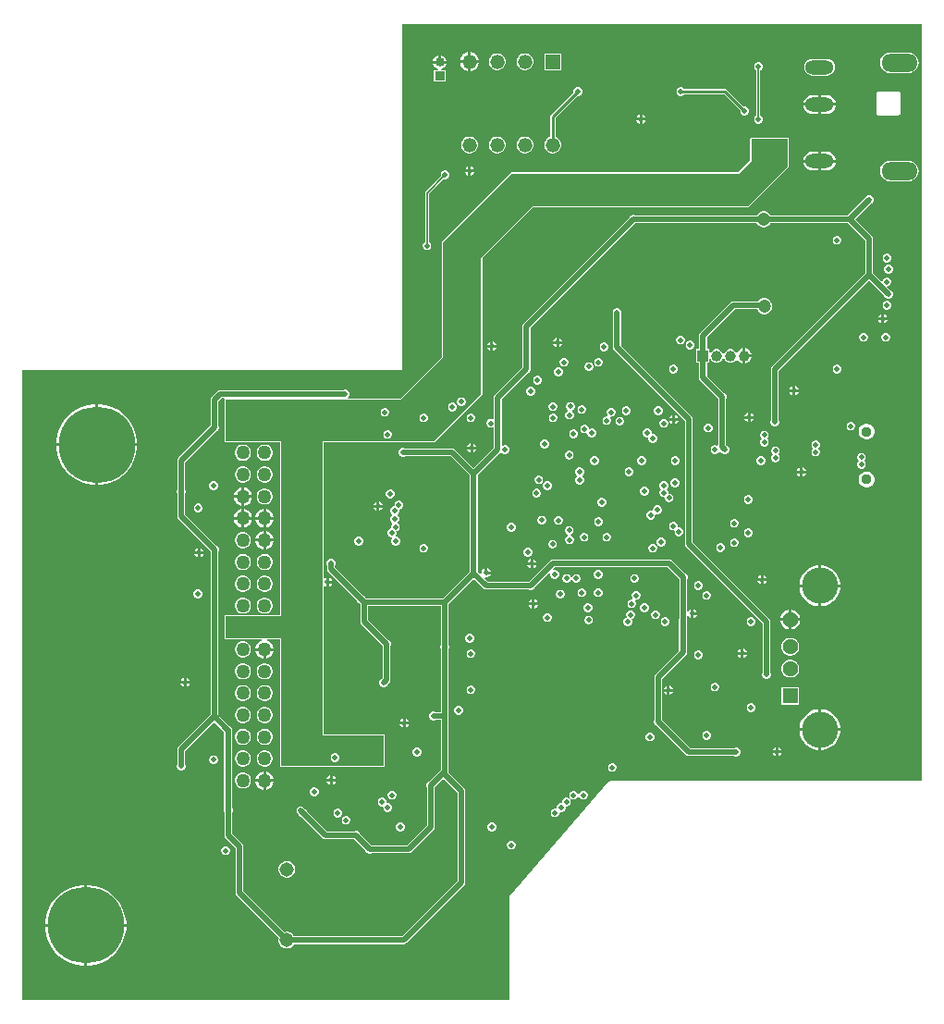
<source format=gbl>
G04*
G04 #@! TF.GenerationSoftware,Altium Limited,Altium Designer,24.5.2 (23)*
G04*
G04 Layer_Physical_Order=4*
G04 Layer_Color=16711680*
%FSLAX25Y25*%
%MOIN*%
G70*
G04*
G04 #@! TF.SameCoordinates,E32C8930-F8F6-4D60-B923-159A8687A494*
G04*
G04*
G04 #@! TF.FilePolarity,Positive*
G04*
G01*
G75*
%ADD13C,0.00600*%
%ADD14C,0.01000*%
%ADD129C,0.27559*%
%ADD130C,0.05150*%
%ADD131R,0.03347X0.03347*%
%ADD132C,0.03347*%
%ADD133R,0.05200X0.05200*%
%ADD134C,0.05200*%
%ADD135R,0.03969X0.03969*%
%ADD136C,0.03969*%
%ADD137C,0.05000*%
%ADD138R,0.05000X0.05000*%
%ADD139R,0.05622X0.05622*%
%ADD140C,0.05622*%
%ADD141C,0.13055*%
%ADD142O,0.13071X0.06535*%
%ADD143O,0.10299X0.05150*%
%ADD144C,0.03740*%
%ADD145C,0.01811*%
%ADD146C,0.04724*%
%ADD148C,0.02000*%
G36*
X325119Y79543D02*
X212708D01*
X212679Y79537D01*
X212649Y79541D01*
X212526Y79507D01*
X212401Y79482D01*
X212376Y79465D01*
X212347Y79457D01*
X212247Y79379D01*
X212140Y79308D01*
X212124Y79283D01*
X212100Y79265D01*
X176422Y37926D01*
X176359Y37815D01*
X176288Y37709D01*
X176283Y37679D01*
X176268Y37654D01*
X176252Y37527D01*
X176227Y37402D01*
Y803D01*
X803D01*
X803Y185039D01*
X803Y227544D01*
X136946D01*
X137253Y227605D01*
X137513Y227779D01*
X137687Y228039D01*
X137748Y228347D01*
Y352338D01*
X325119D01*
Y79543D01*
D02*
G37*
%LPC*%
G36*
X162444Y342201D02*
Y339315D01*
X165330D01*
X165112Y340127D01*
X164665Y340903D01*
X164032Y341536D01*
X163257Y341983D01*
X162444Y342201D01*
D02*
G37*
G36*
X161444D02*
X160632Y341983D01*
X159857Y341536D01*
X159223Y340903D01*
X158776Y340127D01*
X158558Y339315D01*
X161444D01*
Y342201D01*
D02*
G37*
G36*
X151702Y341091D02*
Y339121D01*
X153672D01*
X153299Y340022D01*
X152603Y340718D01*
X151702Y341091D01*
D02*
G37*
G36*
X150702Y341091D02*
X149801Y340718D01*
X149106Y340022D01*
X148732Y339121D01*
X150702D01*
Y341091D01*
D02*
G37*
G36*
X194944Y341815D02*
X188944D01*
Y335815D01*
X194944D01*
Y341815D01*
D02*
G37*
G36*
X182339D02*
X181549D01*
X180786Y341611D01*
X180102Y341216D01*
X179544Y340657D01*
X179149Y339973D01*
X178944Y339210D01*
Y338420D01*
X179149Y337657D01*
X179544Y336973D01*
X180102Y336414D01*
X180786Y336019D01*
X181549Y335815D01*
X182339D01*
X183102Y336019D01*
X183786Y336414D01*
X184345Y336973D01*
X184740Y337657D01*
X184944Y338420D01*
Y339210D01*
X184740Y339973D01*
X184345Y340657D01*
X183786Y341216D01*
X183102Y341611D01*
X182339Y341815D01*
D02*
G37*
G36*
X172339D02*
X171549D01*
X170786Y341611D01*
X170102Y341216D01*
X169544Y340657D01*
X169149Y339973D01*
X168944Y339210D01*
Y338420D01*
X169149Y337657D01*
X169544Y336973D01*
X170102Y336414D01*
X170786Y336019D01*
X171549Y335815D01*
X172339D01*
X173102Y336019D01*
X173786Y336414D01*
X174345Y336973D01*
X174740Y337657D01*
X174944Y338420D01*
Y339210D01*
X174740Y339973D01*
X174345Y340657D01*
X173786Y341216D01*
X173102Y341611D01*
X172339Y341815D01*
D02*
G37*
G36*
X165330Y338315D02*
X162444D01*
Y335429D01*
X163257Y335647D01*
X164032Y336094D01*
X164665Y336727D01*
X165112Y337503D01*
X165330Y338315D01*
D02*
G37*
G36*
X161444D02*
X158558D01*
X158776Y337503D01*
X159223Y336727D01*
X159857Y336094D01*
X160632Y335647D01*
X161444Y335429D01*
Y338315D01*
D02*
G37*
G36*
X320197Y342085D02*
X313662D01*
X312704Y341959D01*
X311812Y341589D01*
X311046Y341002D01*
X310458Y340235D01*
X310088Y339343D01*
X309962Y338386D01*
X310088Y337428D01*
X310458Y336536D01*
X311046Y335770D01*
X311812Y335182D01*
X312704Y334812D01*
X313662Y334686D01*
X320197D01*
X321154Y334812D01*
X322047Y335182D01*
X322813Y335770D01*
X323401Y336536D01*
X323770Y337428D01*
X323896Y338386D01*
X323770Y339343D01*
X323401Y340235D01*
X322813Y341002D01*
X322047Y341589D01*
X321154Y341959D01*
X320197Y342085D01*
D02*
G37*
G36*
X290764Y339811D02*
X285614D01*
X284838Y339709D01*
X284114Y339409D01*
X283493Y338933D01*
X283016Y338311D01*
X282716Y337587D01*
X282614Y336811D01*
X282716Y336034D01*
X283016Y335311D01*
X283493Y334689D01*
X284114Y334212D01*
X284838Y333913D01*
X285614Y333810D01*
X290764D01*
X291540Y333913D01*
X292264Y334212D01*
X292885Y334689D01*
X293362Y335311D01*
X293662Y336034D01*
X293764Y336811D01*
X293662Y337587D01*
X293362Y338311D01*
X292885Y338933D01*
X292264Y339409D01*
X291540Y339709D01*
X290764Y339811D01*
D02*
G37*
G36*
X153672Y338121D02*
X151202D01*
X148732D01*
X149106Y337220D01*
X149801Y336525D01*
X150710Y336148D01*
X150649Y335773D01*
X149129D01*
Y331627D01*
X153276D01*
Y335773D01*
X151755D01*
X151694Y336148D01*
X152603Y336525D01*
X153299Y337220D01*
X153672Y338121D01*
D02*
G37*
G36*
X290764Y326829D02*
X288689D01*
Y323925D01*
X294102D01*
X294052Y324306D01*
X293712Y325127D01*
X293171Y325832D01*
X292466Y326373D01*
X291645Y326713D01*
X290764Y326829D01*
D02*
G37*
G36*
X287689D02*
X285614D01*
X284733Y326713D01*
X283912Y326373D01*
X283207Y325832D01*
X282666Y325127D01*
X282326Y324306D01*
X282276Y323925D01*
X287689D01*
Y326829D01*
D02*
G37*
G36*
X294102Y322925D02*
X288689D01*
Y320021D01*
X290764D01*
X291645Y320137D01*
X292466Y320477D01*
X293171Y321018D01*
X293712Y321723D01*
X294052Y322544D01*
X294102Y322925D01*
D02*
G37*
G36*
X287689D02*
X282276D01*
X282326Y322544D01*
X282666Y321723D01*
X283207Y321018D01*
X283912Y320477D01*
X284733Y320137D01*
X285614Y320021D01*
X287689D01*
Y322925D01*
D02*
G37*
G36*
X316535Y328165D02*
X309449D01*
X309142Y328104D01*
X308881Y327930D01*
X308707Y327669D01*
X308646Y327362D01*
Y320276D01*
X308707Y319968D01*
X308881Y319708D01*
X309142Y319534D01*
X309449Y319473D01*
X316535D01*
X316843Y319534D01*
X317103Y319708D01*
X317277Y319968D01*
X317338Y320276D01*
Y327362D01*
X317277Y327669D01*
X317103Y327930D01*
X316843Y328104D01*
X316535Y328165D01*
D02*
G37*
G36*
X238416Y329575D02*
X237789D01*
X237210Y329335D01*
X236767Y328892D01*
X236528Y328313D01*
Y327687D01*
X236767Y327108D01*
X237210Y326665D01*
X237789Y326425D01*
X238416D01*
X238995Y326665D01*
X239412Y327082D01*
X253722D01*
X259528Y321277D01*
Y320687D01*
X259767Y320108D01*
X260210Y319665D01*
X260789Y319425D01*
X261416D01*
X261995Y319665D01*
X262438Y320108D01*
X262677Y320687D01*
Y321313D01*
X262438Y321892D01*
X261995Y322335D01*
X261416Y322575D01*
X260825D01*
X254751Y328649D01*
X254454Y328848D01*
X254102Y328918D01*
X239412D01*
X238995Y329335D01*
X238416Y329575D01*
D02*
G37*
G36*
X224319Y319749D02*
Y318610D01*
X225458D01*
X225265Y319076D01*
X224785Y319556D01*
X224319Y319749D01*
D02*
G37*
G36*
X223319D02*
X222853Y319556D01*
X222373Y319076D01*
X222180Y318610D01*
X223319D01*
Y319749D01*
D02*
G37*
G36*
X225458Y317610D02*
X224319D01*
Y316471D01*
X224785Y316664D01*
X225265Y317144D01*
X225458Y317610D01*
D02*
G37*
G36*
X223319D02*
X222180D01*
X222373Y317144D01*
X222853Y316664D01*
X223319Y316471D01*
Y317610D01*
D02*
G37*
G36*
X266416Y338575D02*
X265789D01*
X265210Y338335D01*
X264767Y337892D01*
X264528Y337313D01*
Y336687D01*
X264767Y336108D01*
X265210Y335665D01*
X265389Y335591D01*
Y319409D01*
X265210Y319335D01*
X264767Y318892D01*
X264528Y318313D01*
Y317687D01*
X264767Y317108D01*
X265210Y316665D01*
X265789Y316425D01*
X266416D01*
X266995Y316665D01*
X267438Y317108D01*
X267677Y317687D01*
Y318313D01*
X267438Y318892D01*
X266995Y319335D01*
X266816Y319409D01*
Y335591D01*
X266995Y335665D01*
X267438Y336108D01*
X267677Y336687D01*
Y337313D01*
X267438Y337892D01*
X266995Y338335D01*
X266416Y338575D01*
D02*
G37*
G36*
X201313Y329575D02*
X200687D01*
X200108Y329335D01*
X199665Y328892D01*
X199425Y328313D01*
Y327723D01*
X191295Y319593D01*
X191096Y319295D01*
X191027Y318944D01*
Y311675D01*
X190786Y311611D01*
X190102Y311216D01*
X189544Y310657D01*
X189149Y309973D01*
X188944Y309210D01*
Y308420D01*
X189149Y307657D01*
X189544Y306973D01*
X190102Y306414D01*
X190786Y306019D01*
X191549Y305815D01*
X192339D01*
X193102Y306019D01*
X193786Y306414D01*
X194345Y306973D01*
X194740Y307657D01*
X194944Y308420D01*
Y309210D01*
X194740Y309973D01*
X194345Y310657D01*
X193786Y311216D01*
X193102Y311611D01*
X192862Y311675D01*
Y318564D01*
X200723Y326425D01*
X201313D01*
X201892Y326665D01*
X202335Y327108D01*
X202575Y327687D01*
Y328313D01*
X202335Y328892D01*
X201892Y329335D01*
X201313Y329575D01*
D02*
G37*
G36*
X182339Y311815D02*
X181549D01*
X180786Y311611D01*
X180102Y311216D01*
X179544Y310657D01*
X179149Y309973D01*
X178944Y309210D01*
Y308420D01*
X179149Y307657D01*
X179544Y306973D01*
X180102Y306414D01*
X180786Y306019D01*
X181549Y305815D01*
X182339D01*
X183102Y306019D01*
X183786Y306414D01*
X184345Y306973D01*
X184740Y307657D01*
X184944Y308420D01*
Y309210D01*
X184740Y309973D01*
X184345Y310657D01*
X183786Y311216D01*
X183102Y311611D01*
X182339Y311815D01*
D02*
G37*
G36*
X172339D02*
X171549D01*
X170786Y311611D01*
X170102Y311216D01*
X169544Y310657D01*
X169149Y309973D01*
X168944Y309210D01*
Y308420D01*
X169149Y307657D01*
X169544Y306973D01*
X170102Y306414D01*
X170786Y306019D01*
X171549Y305815D01*
X172339D01*
X173102Y306019D01*
X173786Y306414D01*
X174345Y306973D01*
X174740Y307657D01*
X174944Y308420D01*
Y309210D01*
X174740Y309973D01*
X174345Y310657D01*
X173786Y311216D01*
X173102Y311611D01*
X172339Y311815D01*
D02*
G37*
G36*
X162339D02*
X161549D01*
X160786Y311611D01*
X160102Y311216D01*
X159544Y310657D01*
X159149Y309973D01*
X158944Y309210D01*
Y308420D01*
X159149Y307657D01*
X159544Y306973D01*
X160102Y306414D01*
X160786Y306019D01*
X161549Y305815D01*
X162339D01*
X163102Y306019D01*
X163786Y306414D01*
X164345Y306973D01*
X164740Y307657D01*
X164944Y308420D01*
Y309210D01*
X164740Y309973D01*
X164345Y310657D01*
X163786Y311216D01*
X163102Y311611D01*
X162339Y311815D01*
D02*
G37*
G36*
X290764Y306357D02*
X288689D01*
Y303453D01*
X294102D01*
X294052Y303834D01*
X293712Y304655D01*
X293171Y305360D01*
X292466Y305901D01*
X291645Y306241D01*
X290764Y306357D01*
D02*
G37*
G36*
X287689D02*
X285614D01*
X284733Y306241D01*
X283912Y305901D01*
X283207Y305360D01*
X282666Y304655D01*
X282326Y303834D01*
X282276Y303453D01*
X287689D01*
Y306357D01*
D02*
G37*
G36*
X162508Y301048D02*
Y299909D01*
X163647D01*
X163454Y300376D01*
X162974Y300855D01*
X162508Y301048D01*
D02*
G37*
G36*
X161508D02*
X161042Y300855D01*
X160562Y300376D01*
X160369Y299909D01*
X161508D01*
Y301048D01*
D02*
G37*
G36*
X294102Y302453D02*
X288689D01*
Y299549D01*
X290764D01*
X291645Y299665D01*
X292466Y300005D01*
X293171Y300546D01*
X293712Y301251D01*
X294052Y302072D01*
X294102Y302453D01*
D02*
G37*
G36*
X287689D02*
X282276D01*
X282326Y302072D01*
X282666Y301251D01*
X283207Y300546D01*
X283912Y300005D01*
X284733Y299665D01*
X285614Y299549D01*
X287689D01*
Y302453D01*
D02*
G37*
G36*
X276602Y311433D02*
X263602D01*
X263296Y311306D01*
X263169Y311000D01*
X263169Y303179D01*
X258923Y298933D01*
X177102Y298933D01*
X176796Y298806D01*
X152056Y274066D01*
X151929Y273760D01*
Y232439D01*
X136923Y217433D01*
X118226D01*
X118060Y217833D01*
X118335Y218108D01*
X118575Y218687D01*
Y219313D01*
X118335Y219892D01*
X117892Y220335D01*
X117313Y220575D01*
X116687D01*
X116331Y220427D01*
X72000D01*
X72000Y220427D01*
X71454Y220319D01*
X70991Y220009D01*
X70991Y220009D01*
X68991Y218009D01*
X68681Y217546D01*
X68573Y217000D01*
X68573Y217000D01*
Y207669D01*
X68518Y207536D01*
X56991Y196009D01*
X56681Y195546D01*
X56573Y195000D01*
X56573Y195000D01*
Y184669D01*
X56425Y184313D01*
Y183687D01*
X56573Y183331D01*
Y175000D01*
X56573Y175000D01*
X56681Y174454D01*
X56991Y173991D01*
X68518Y162464D01*
X68573Y162331D01*
Y103438D01*
X56991Y91856D01*
X56681Y91393D01*
X56573Y90847D01*
X56573Y90847D01*
Y85669D01*
X56425Y85313D01*
Y84687D01*
X56665Y84108D01*
X57108Y83665D01*
X57687Y83425D01*
X58313D01*
X58892Y83665D01*
X59335Y84108D01*
X59575Y84687D01*
Y85313D01*
X59427Y85669D01*
Y90255D01*
X70000Y100828D01*
X73364Y97464D01*
X73496Y97146D01*
Y69484D01*
X73425Y69313D01*
Y68687D01*
X73573Y68331D01*
Y60000D01*
X73573Y60000D01*
X73681Y59454D01*
X73991Y58991D01*
X77573Y55409D01*
Y39307D01*
X77573Y39307D01*
X77681Y38761D01*
X77991Y38298D01*
X93247Y23042D01*
X93128Y22596D01*
Y21813D01*
X93330Y21057D01*
X93722Y20378D01*
X94276Y19824D01*
X94954Y19433D01*
X95711Y19230D01*
X96494D01*
X97251Y19433D01*
X97929Y19824D01*
X98483Y20378D01*
X98713Y20777D01*
X138205D01*
X138205Y20777D01*
X138751Y20886D01*
X139214Y21195D01*
X160009Y41991D01*
X160009Y41991D01*
X160319Y42454D01*
X160427Y43000D01*
Y76000D01*
X160427Y76000D01*
X160319Y76546D01*
X160009Y77009D01*
X160009Y77009D01*
X154427Y82591D01*
Y83000D01*
X154427Y83000D01*
X154427Y83000D01*
Y103000D01*
Y127331D01*
X154575Y127687D01*
Y128313D01*
X154427Y128669D01*
Y143409D01*
X163507Y152488D01*
X167004Y148991D01*
X167004Y148991D01*
X167467Y148681D01*
X168013Y148573D01*
X168013Y148573D01*
X183331D01*
X183687Y148425D01*
X184313D01*
X184892Y148665D01*
X185335Y149108D01*
X185482Y149464D01*
X190773Y154754D01*
X191112Y154528D01*
X191050Y154379D01*
Y153752D01*
X191290Y153174D01*
X191733Y152731D01*
X192312Y152491D01*
X192938D01*
X193517Y152731D01*
X193960Y153174D01*
X194200Y153752D01*
Y154379D01*
X193960Y154958D01*
X193517Y155401D01*
X192938Y155640D01*
X192312D01*
X192163Y155579D01*
X191937Y155918D01*
X192591Y156573D01*
X233409D01*
X237518Y152464D01*
X237573Y152331D01*
Y138243D01*
X237557Y138227D01*
X237317Y137648D01*
Y137022D01*
X237465Y136666D01*
Y126483D01*
X228991Y118009D01*
X228681Y117546D01*
X228573Y117000D01*
X228573Y117000D01*
Y101669D01*
X228425Y101313D01*
Y100687D01*
X228665Y100108D01*
X229108Y99665D01*
X229464Y99518D01*
X239991Y88991D01*
X239991Y88991D01*
X240454Y88681D01*
X241000Y88573D01*
X241000Y88573D01*
X257331D01*
X257687Y88425D01*
X258313D01*
X258892Y88665D01*
X259335Y89108D01*
X259575Y89687D01*
Y90313D01*
X259335Y90892D01*
X258892Y91335D01*
X258313Y91575D01*
X257687D01*
X257331Y91427D01*
X241591D01*
X231482Y101536D01*
X231427Y101669D01*
Y116409D01*
X239901Y124883D01*
X239901Y124883D01*
X240211Y125346D01*
X240319Y125892D01*
X240319Y125892D01*
Y136666D01*
X240467Y137022D01*
Y137648D01*
X240427Y137743D01*
Y138936D01*
X240827Y139016D01*
X240877Y138896D01*
X241357Y138416D01*
X241823Y138223D01*
Y139862D01*
Y141501D01*
X241357Y141308D01*
X240877Y140828D01*
X240827Y140709D01*
X240427Y140788D01*
Y152331D01*
X240575Y152687D01*
Y153313D01*
X240335Y153892D01*
X239892Y154335D01*
X239536Y154482D01*
X235009Y159009D01*
X234546Y159319D01*
X234000Y159427D01*
X234000Y159427D01*
X192000D01*
X192000Y159427D01*
X191454Y159319D01*
X190991Y159009D01*
X190991Y159009D01*
X183464Y151482D01*
X183331Y151427D01*
X168605D01*
X167481Y152551D01*
X167498Y152616D01*
X167677Y152920D01*
X168253D01*
X168879Y153180D01*
X169359Y153660D01*
X169552Y154126D01*
X167913D01*
Y154626D01*
X167413D01*
Y156265D01*
X166947Y156072D01*
X166467Y155592D01*
X166208Y154965D01*
Y154390D01*
X165904Y154210D01*
X165838Y154194D01*
X164934Y155098D01*
Y171292D01*
X165081Y171648D01*
Y172274D01*
X164934Y172630D01*
Y189740D01*
X172712Y197518D01*
X173068Y197665D01*
X173463Y198060D01*
X173858Y197665D01*
X174437Y197425D01*
X175064D01*
X175642Y197665D01*
X176085Y198108D01*
X176325Y198687D01*
Y199313D01*
X176085Y199892D01*
X175642Y200335D01*
X175064Y200575D01*
X174437D01*
X174003Y200395D01*
X173603Y200602D01*
Y217119D01*
X183001Y226518D01*
X183357Y226665D01*
X183800Y227108D01*
X184040Y227687D01*
Y228313D01*
X183892Y228669D01*
Y242771D01*
X221639Y280518D01*
X221771Y280573D01*
X265519D01*
X265710Y280242D01*
X266243Y279710D01*
X266895Y279333D01*
X267623Y279138D01*
X268377D01*
X269105Y279333D01*
X269757Y279710D01*
X270290Y280242D01*
X270481Y280573D01*
X298409D01*
X304573Y274409D01*
Y262591D01*
X270991Y229009D01*
X270681Y228546D01*
X270573Y228000D01*
X270573Y228000D01*
Y209669D01*
X270425Y209313D01*
Y208687D01*
X270665Y208108D01*
X271108Y207665D01*
X271687Y207425D01*
X272313D01*
X272892Y207665D01*
X273335Y208108D01*
X273575Y208687D01*
Y209313D01*
X273427Y209669D01*
Y227409D01*
X306000Y259981D01*
X311518Y254464D01*
X311665Y254108D01*
X312108Y253665D01*
X312687Y253425D01*
X313313D01*
X313892Y253665D01*
X314335Y254108D01*
X314575Y254687D01*
Y255313D01*
X314335Y255892D01*
X313892Y256335D01*
X313536Y256482D01*
X312493Y257525D01*
X312659Y257925D01*
X312813D01*
X313392Y258165D01*
X313835Y258608D01*
X314075Y259187D01*
Y259813D01*
X313835Y260392D01*
X313392Y260835D01*
X312813Y261075D01*
X312187D01*
X311608Y260835D01*
X311165Y260392D01*
X310925Y259813D01*
Y259659D01*
X310525Y259493D01*
X307427Y262591D01*
Y275000D01*
X307319Y275546D01*
X307009Y276009D01*
X307009Y276009D01*
X301019Y282000D01*
X306536Y287518D01*
X306892Y287665D01*
X307335Y288108D01*
X307575Y288687D01*
Y289313D01*
X307335Y289892D01*
X306892Y290335D01*
X306313Y290575D01*
X305687D01*
X305108Y290335D01*
X304665Y289892D01*
X304518Y289536D01*
X298409Y283427D01*
X270481D01*
X270290Y283757D01*
X269757Y284290D01*
X269105Y284667D01*
X268377Y284862D01*
X267623D01*
X266895Y284667D01*
X266243Y284290D01*
X265710Y283757D01*
X265519Y283427D01*
X221771D01*
X221416Y283575D01*
X220789D01*
X220210Y283335D01*
X219767Y282892D01*
X219620Y282536D01*
X181456Y244372D01*
X181146Y243909D01*
X181038Y243363D01*
X181038Y243362D01*
Y228669D01*
X180983Y228536D01*
X171166Y218720D01*
X170857Y218257D01*
X170748Y217711D01*
X170748Y217710D01*
Y210115D01*
X170348Y209908D01*
X169914Y210087D01*
X169288D01*
X168709Y209848D01*
X168266Y209405D01*
X168026Y208826D01*
Y208199D01*
X168266Y207621D01*
X168709Y207177D01*
X169288Y206938D01*
X169914D01*
X170348Y207118D01*
X170748Y206910D01*
Y199669D01*
X170693Y199536D01*
X163507Y192350D01*
X156847Y199009D01*
X156384Y199319D01*
X155838Y199427D01*
X155838Y199427D01*
X138669D01*
X138313Y199575D01*
X137687D01*
X137108Y199335D01*
X136665Y198892D01*
X136425Y198313D01*
Y197687D01*
X136665Y197108D01*
X137108Y196665D01*
X137687Y196425D01*
X138313D01*
X138669Y196573D01*
X155246D01*
X162079Y189740D01*
Y172630D01*
X161932Y172274D01*
Y171648D01*
X162079Y171292D01*
Y155098D01*
X152409Y145427D01*
X124591D01*
X124482Y145536D01*
X124335Y145892D01*
X123892Y146335D01*
X123536Y146482D01*
X113427Y156591D01*
Y157331D01*
X113575Y157687D01*
Y158313D01*
X113335Y158892D01*
X112892Y159335D01*
X112313Y159575D01*
X111687D01*
X111108Y159335D01*
X110665Y158892D01*
X110425Y158313D01*
Y157687D01*
X110573Y157331D01*
Y156000D01*
X110573Y156000D01*
X110681Y155454D01*
X110991Y154991D01*
X121518Y144464D01*
X121665Y144108D01*
X122108Y143665D01*
X122464Y143518D01*
X122573Y143409D01*
Y137000D01*
X122573Y137000D01*
X122681Y136454D01*
X122991Y135991D01*
X130518Y128464D01*
X130573Y128331D01*
Y116591D01*
X130464Y116482D01*
X130108Y116335D01*
X129665Y115892D01*
X129425Y115313D01*
Y114687D01*
X129665Y114108D01*
X130108Y113665D01*
X130687Y113425D01*
X131313D01*
X131892Y113665D01*
X132335Y114108D01*
X132482Y114464D01*
X133009Y114991D01*
X133009Y114991D01*
X133319Y115454D01*
X133427Y116000D01*
Y128331D01*
X133575Y128687D01*
Y129313D01*
X133335Y129892D01*
X132892Y130335D01*
X132536Y130482D01*
X125427Y137591D01*
Y142573D01*
X151573D01*
Y128669D01*
X151425Y128313D01*
Y127687D01*
X151573Y127331D01*
Y104427D01*
X149669D01*
X149313Y104575D01*
X148687D01*
X148108Y104335D01*
X147665Y103892D01*
X147425Y103313D01*
Y102687D01*
X147665Y102108D01*
X148108Y101665D01*
X148687Y101425D01*
X149313D01*
X149669Y101573D01*
X151573D01*
Y83591D01*
X147464Y79482D01*
X147108Y79335D01*
X146665Y78892D01*
X146425Y78313D01*
Y77687D01*
X146573Y77331D01*
Y63591D01*
X139409Y56427D01*
X126669D01*
X126536Y56482D01*
X122482Y60536D01*
X122335Y60892D01*
X121892Y61335D01*
X121313Y61575D01*
X120687D01*
X120331Y61427D01*
X110591D01*
X103482Y68536D01*
X103335Y68892D01*
X102892Y69335D01*
X102536Y69482D01*
X102009Y70009D01*
X101546Y70319D01*
X101000Y70427D01*
X100454Y70319D01*
X99991Y70009D01*
X99681Y69546D01*
X99573Y69000D01*
X99681Y68454D01*
X99991Y67991D01*
X100518Y67464D01*
X100665Y67108D01*
X101108Y66665D01*
X101464Y66518D01*
X108991Y58991D01*
X108991Y58991D01*
X109454Y58681D01*
X110000Y58573D01*
X120331D01*
X120464Y58518D01*
X124518Y54464D01*
X124665Y54108D01*
X125108Y53665D01*
X125687Y53425D01*
X126313D01*
X126669Y53573D01*
X140000D01*
X140000Y53573D01*
X140546Y53681D01*
X141009Y53991D01*
X149009Y61991D01*
X149009Y61991D01*
X149319Y62454D01*
X149427Y63000D01*
X149427Y63000D01*
Y77331D01*
X149482Y77464D01*
X152500Y80481D01*
X157573Y75409D01*
Y43591D01*
X137613Y23632D01*
X98713D01*
X98483Y24031D01*
X97929Y24585D01*
X97251Y24977D01*
X96494Y25180D01*
X95711D01*
X95266Y25060D01*
X80427Y39898D01*
Y56000D01*
X80319Y56546D01*
X80009Y57009D01*
X80009Y57009D01*
X76427Y60591D01*
Y68331D01*
X76575Y68687D01*
Y69313D01*
X76351Y69854D01*
Y97516D01*
X76421Y97687D01*
Y98313D01*
X76182Y98892D01*
X75739Y99335D01*
X75383Y99482D01*
X71427Y103438D01*
Y162331D01*
X71575Y162687D01*
Y163313D01*
X71335Y163892D01*
X70892Y164335D01*
X70536Y164482D01*
X59427Y175591D01*
Y183331D01*
X59575Y183687D01*
Y184313D01*
X59427Y184669D01*
Y194409D01*
X70536Y205518D01*
X70892Y205665D01*
X71335Y206108D01*
X71575Y206687D01*
Y207313D01*
X71427Y207669D01*
Y216409D01*
X72591Y217573D01*
X73438D01*
X73638Y217173D01*
X73567Y217000D01*
Y202000D01*
X73694Y201694D01*
X74000Y201567D01*
X93567D01*
Y139433D01*
X74000D01*
X73694Y139306D01*
X73567Y139000D01*
Y131000D01*
X73694Y130694D01*
X74000Y130567D01*
X87104D01*
X87157Y130167D01*
X86829Y130079D01*
X86076Y129645D01*
X85462Y129030D01*
X85027Y128278D01*
X84820Y127504D01*
X88102D01*
X91385D01*
X91177Y128278D01*
X90743Y129030D01*
X90129Y129645D01*
X89376Y130079D01*
X89048Y130167D01*
X89100Y130567D01*
X93567D01*
Y85000D01*
X93694Y84694D01*
X94000Y84567D01*
X131000D01*
X131306Y84694D01*
X131433Y85000D01*
Y96000D01*
X131306Y96306D01*
X131000Y96433D01*
X109433D01*
Y149739D01*
X109802Y149892D01*
X109861Y149834D01*
X110327Y149641D01*
Y151279D01*
Y152919D01*
X109861Y152725D01*
X109802Y152667D01*
X109433Y152820D01*
Y201567D01*
X149205D01*
X149511Y201694D01*
X166409Y218591D01*
X166535Y218898D01*
Y246000D01*
X166535Y267892D01*
X184825Y286181D01*
X262216Y286181D01*
X262523Y286308D01*
X276908Y300694D01*
X277035Y301000D01*
Y311000D01*
X276908Y311306D01*
X276602Y311433D01*
D02*
G37*
G36*
X163647Y298909D02*
X162508D01*
Y297771D01*
X162974Y297964D01*
X163454Y298443D01*
X163647Y298909D01*
D02*
G37*
G36*
X161508D02*
X160369D01*
X160562Y298443D01*
X161042Y297964D01*
X161508Y297771D01*
Y298909D01*
D02*
G37*
G36*
X153416Y299575D02*
X152789D01*
X152210Y299335D01*
X151767Y298892D01*
X151528Y298313D01*
Y297687D01*
X151602Y297508D01*
X146098Y292005D01*
X145943Y291773D01*
X145889Y291500D01*
Y273909D01*
X145710Y273835D01*
X145267Y273392D01*
X145028Y272813D01*
Y272187D01*
X145267Y271608D01*
X145710Y271165D01*
X146289Y270925D01*
X146916D01*
X147494Y271165D01*
X147938Y271608D01*
X148177Y272187D01*
Y272813D01*
X147938Y273392D01*
X147494Y273835D01*
X147316Y273909D01*
Y291204D01*
X152611Y296499D01*
X152789Y296425D01*
X153416D01*
X153995Y296665D01*
X154437Y297108D01*
X154677Y297687D01*
Y298313D01*
X154437Y298892D01*
X153995Y299335D01*
X153416Y299575D01*
D02*
G37*
G36*
X320197Y303109D02*
X313662D01*
X312704Y302983D01*
X311812Y302613D01*
X311046Y302025D01*
X310458Y301259D01*
X310088Y300367D01*
X309962Y299409D01*
X310088Y298452D01*
X310458Y297560D01*
X311046Y296794D01*
X311812Y296206D01*
X312704Y295836D01*
X313662Y295710D01*
X320197D01*
X321154Y295836D01*
X322047Y296206D01*
X322813Y296794D01*
X323401Y297560D01*
X323770Y298452D01*
X323896Y299409D01*
X323770Y300367D01*
X323401Y301259D01*
X322813Y302025D01*
X322047Y302613D01*
X321154Y302983D01*
X320197Y303109D01*
D02*
G37*
G36*
X294813Y276075D02*
X294187D01*
X293608Y275835D01*
X293165Y275392D01*
X292925Y274813D01*
Y274187D01*
X293165Y273608D01*
X293608Y273165D01*
X294187Y272925D01*
X294813D01*
X295392Y273165D01*
X295835Y273608D01*
X296075Y274187D01*
Y274813D01*
X295835Y275392D01*
X295392Y275835D01*
X294813Y276075D01*
D02*
G37*
G36*
X312813Y269575D02*
X312187D01*
X311608Y269335D01*
X311165Y268892D01*
X310925Y268313D01*
Y267687D01*
X311165Y267108D01*
X311608Y266665D01*
X312187Y266425D01*
X312813D01*
X313392Y266665D01*
X313835Y267108D01*
X314075Y267687D01*
Y268313D01*
X313835Y268892D01*
X313392Y269335D01*
X312813Y269575D01*
D02*
G37*
G36*
X313313Y265575D02*
X312687D01*
X312108Y265335D01*
X311665Y264892D01*
X311425Y264313D01*
Y263687D01*
X311665Y263108D01*
X312108Y262665D01*
X312687Y262425D01*
X313313D01*
X313892Y262665D01*
X314335Y263108D01*
X314575Y263687D01*
Y264313D01*
X314335Y264892D01*
X313892Y265335D01*
X313313Y265575D01*
D02*
G37*
G36*
X268585Y253551D02*
X267832D01*
X267104Y253356D01*
X266451Y252979D01*
X265918Y252446D01*
X265907Y252427D01*
X257000D01*
X257000Y252427D01*
X256454Y252319D01*
X255991Y252009D01*
X255991Y252009D01*
X245129Y241148D01*
X244820Y240685D01*
X244711Y240139D01*
X244711Y240139D01*
Y235184D01*
X243754D01*
Y230416D01*
X244711D01*
Y224861D01*
X244711Y224861D01*
X244820Y224315D01*
X245129Y223852D01*
X251518Y217464D01*
X251573Y217331D01*
Y200677D01*
X251173Y200426D01*
X250813Y200575D01*
X250187D01*
X249608Y200335D01*
X249165Y199892D01*
X248925Y199313D01*
Y198687D01*
X249165Y198108D01*
X249608Y197665D01*
X250187Y197425D01*
X250813D01*
X251392Y197665D01*
X251835Y198108D01*
X251974Y198442D01*
X252444Y198537D01*
X252518Y198464D01*
X252665Y198108D01*
X253108Y197665D01*
X253687Y197425D01*
X254313D01*
X254892Y197665D01*
X255335Y198108D01*
X255575Y198687D01*
Y199313D01*
X255335Y199892D01*
X254892Y200335D01*
X254536Y200482D01*
X254427Y200591D01*
Y217331D01*
X254575Y217687D01*
Y218313D01*
X254335Y218892D01*
X253892Y219335D01*
X253536Y219482D01*
X247566Y225453D01*
Y230416D01*
X248523D01*
Y231650D01*
X248923Y231729D01*
X249039Y231449D01*
X249709Y230779D01*
X250586Y230416D01*
X251534D01*
X252411Y230779D01*
X253081Y231449D01*
X253304Y231987D01*
X253737D01*
X253960Y231449D01*
X254631Y230779D01*
X255507Y230416D01*
X256455D01*
X257332Y230779D01*
X258002Y231449D01*
X258004Y231452D01*
X258449Y231481D01*
X258674Y231090D01*
X259193Y230572D01*
X259828Y230205D01*
X260402Y230051D01*
Y232800D01*
Y235548D01*
X259828Y235395D01*
X259193Y235028D01*
X258674Y234509D01*
X258449Y234119D01*
X258004Y234148D01*
X258002Y234151D01*
X257332Y234821D01*
X256455Y235184D01*
X255507D01*
X254631Y234821D01*
X253960Y234151D01*
X253737Y233612D01*
X253304D01*
X253081Y234151D01*
X252411Y234821D01*
X251534Y235184D01*
X250586D01*
X249709Y234821D01*
X249039Y234151D01*
X248923Y233871D01*
X248523Y233950D01*
Y235184D01*
X247566D01*
Y239547D01*
X257591Y249573D01*
X265548D01*
X265918Y248932D01*
X266451Y248399D01*
X267104Y248022D01*
X267832Y247827D01*
X268585D01*
X269313Y248022D01*
X269966Y248399D01*
X270499Y248932D01*
X270876Y249584D01*
X271071Y250312D01*
Y251066D01*
X270876Y251794D01*
X270499Y252446D01*
X269966Y252979D01*
X269313Y253356D01*
X268585Y253551D01*
D02*
G37*
G36*
X312813Y252575D02*
X312187D01*
X311608Y252335D01*
X311165Y251892D01*
X310925Y251313D01*
Y250687D01*
X311165Y250108D01*
X311608Y249665D01*
X312187Y249425D01*
X312813D01*
X313392Y249665D01*
X313835Y250108D01*
X314075Y250687D01*
Y251313D01*
X313835Y251892D01*
X313392Y252335D01*
X312813Y252575D01*
D02*
G37*
G36*
X311425Y247800D02*
Y246661D01*
X312564D01*
X312371Y247128D01*
X311891Y247607D01*
X311425Y247800D01*
D02*
G37*
G36*
X310425D02*
X309959Y247607D01*
X309479Y247128D01*
X309286Y246661D01*
X310425D01*
Y247800D01*
D02*
G37*
G36*
X312564Y245661D02*
X311425D01*
Y244523D01*
X311891Y244716D01*
X312371Y245195D01*
X312564Y245661D01*
D02*
G37*
G36*
X310425D02*
X309286D01*
X309479Y245195D01*
X309959Y244716D01*
X310425Y244523D01*
Y245661D01*
D02*
G37*
G36*
X194201Y239237D02*
Y238098D01*
X195340D01*
X195147Y238564D01*
X194667Y239044D01*
X194201Y239237D01*
D02*
G37*
G36*
X193201D02*
X192735Y239044D01*
X192255Y238564D01*
X192062Y238098D01*
X193201D01*
Y239237D01*
D02*
G37*
G36*
X312313Y241075D02*
X311687D01*
X311108Y240835D01*
X310665Y240392D01*
X310425Y239813D01*
Y239187D01*
X310665Y238608D01*
X311108Y238165D01*
X311687Y237925D01*
X312313D01*
X312892Y238165D01*
X313335Y238608D01*
X313575Y239187D01*
Y239813D01*
X313335Y240392D01*
X312892Y240835D01*
X312313Y241075D01*
D02*
G37*
G36*
X304313D02*
X303687D01*
X303108Y240835D01*
X302665Y240392D01*
X302425Y239813D01*
Y239187D01*
X302665Y238608D01*
X303108Y238165D01*
X303687Y237925D01*
X304313D01*
X304892Y238165D01*
X305335Y238608D01*
X305575Y239187D01*
Y239813D01*
X305335Y240392D01*
X304892Y240835D01*
X304313Y241075D01*
D02*
G37*
G36*
X238313Y240075D02*
X237687D01*
X237108Y239835D01*
X236665Y239392D01*
X236425Y238813D01*
Y238187D01*
X236665Y237608D01*
X237108Y237165D01*
X237687Y236925D01*
X238313D01*
X238892Y237165D01*
X239335Y237608D01*
X239575Y238187D01*
Y238813D01*
X239335Y239392D01*
X238892Y239835D01*
X238313Y240075D01*
D02*
G37*
G36*
X170480Y237859D02*
Y236720D01*
X171619D01*
X171426Y237187D01*
X170946Y237666D01*
X170480Y237859D01*
D02*
G37*
G36*
X169480D02*
X169014Y237666D01*
X168534Y237187D01*
X168341Y236720D01*
X169480D01*
Y237859D01*
D02*
G37*
G36*
X195340Y237098D02*
X194201D01*
Y235960D01*
X194667Y236153D01*
X195147Y236632D01*
X195340Y237098D01*
D02*
G37*
G36*
X193201D02*
X192062D01*
X192255Y236632D01*
X192735Y236153D01*
X193201Y235960D01*
Y237098D01*
D02*
G37*
G36*
X241813Y238200D02*
X241187D01*
X240608Y237960D01*
X240165Y237517D01*
X239925Y236939D01*
Y236312D01*
X240165Y235733D01*
X240608Y235290D01*
X241187Y235050D01*
X241813D01*
X242392Y235290D01*
X242835Y235733D01*
X243075Y236312D01*
Y236939D01*
X242835Y237517D01*
X242392Y237960D01*
X241813Y238200D01*
D02*
G37*
G36*
X171619Y235720D02*
X170480D01*
Y234582D01*
X170946Y234775D01*
X171426Y235254D01*
X171619Y235720D01*
D02*
G37*
G36*
X169480D02*
X168341D01*
X168534Y235254D01*
X169014Y234775D01*
X169480Y234582D01*
Y235720D01*
D02*
G37*
G36*
X210813Y237575D02*
X210187D01*
X209608Y237335D01*
X209165Y236892D01*
X208925Y236313D01*
Y235687D01*
X209165Y235108D01*
X209608Y234665D01*
X210187Y234425D01*
X210813D01*
X211392Y234665D01*
X211835Y235108D01*
X212075Y235687D01*
Y236313D01*
X211835Y236892D01*
X211392Y237335D01*
X210813Y237575D01*
D02*
G37*
G36*
X261403Y235548D02*
Y233300D01*
X263651D01*
X263497Y233875D01*
X263130Y234509D01*
X262612Y235028D01*
X261977Y235395D01*
X261403Y235548D01*
D02*
G37*
G36*
X263651Y232300D02*
X261403D01*
Y230051D01*
X261977Y230205D01*
X262612Y230572D01*
X263130Y231090D01*
X263497Y231725D01*
X263651Y232300D01*
D02*
G37*
G36*
X208813Y232075D02*
X208187D01*
X207608Y231835D01*
X207165Y231392D01*
X206925Y230813D01*
Y230187D01*
X207165Y229608D01*
X207608Y229165D01*
X208187Y228925D01*
X208813D01*
X209392Y229165D01*
X209835Y229608D01*
X210075Y230187D01*
Y230813D01*
X209835Y231392D01*
X209392Y231835D01*
X208813Y232075D01*
D02*
G37*
G36*
X196313D02*
X195687D01*
X195108Y231835D01*
X194665Y231392D01*
X194425Y230813D01*
Y230187D01*
X194665Y229608D01*
X195108Y229165D01*
X195687Y228925D01*
X196313D01*
X196892Y229165D01*
X197335Y229608D01*
X197575Y230187D01*
Y230813D01*
X197335Y231392D01*
X196892Y231835D01*
X196313Y232075D01*
D02*
G37*
G36*
X205313Y230450D02*
X204687D01*
X204108Y230210D01*
X203665Y229767D01*
X203425Y229188D01*
Y228561D01*
X203665Y227983D01*
X204108Y227540D01*
X204687Y227300D01*
X205313D01*
X205892Y227540D01*
X206335Y227983D01*
X206575Y228561D01*
Y229188D01*
X206335Y229767D01*
X205892Y230210D01*
X205313Y230450D01*
D02*
G37*
G36*
X294813Y229575D02*
X294187D01*
X293608Y229335D01*
X293165Y228892D01*
X292925Y228313D01*
Y227687D01*
X293165Y227108D01*
X293608Y226665D01*
X294187Y226425D01*
X294813D01*
X295392Y226665D01*
X295835Y227108D01*
X296075Y227687D01*
Y228313D01*
X295835Y228892D01*
X295392Y229335D01*
X294813Y229575D01*
D02*
G37*
G36*
X235813D02*
X235187D01*
X234608Y229335D01*
X234165Y228892D01*
X233925Y228313D01*
Y227687D01*
X234165Y227108D01*
X234608Y226665D01*
X235187Y226425D01*
X235813D01*
X236392Y226665D01*
X236835Y227108D01*
X237075Y227687D01*
Y228313D01*
X236835Y228892D01*
X236392Y229335D01*
X235813Y229575D01*
D02*
G37*
G36*
X194313Y228575D02*
X193687D01*
X193108Y228335D01*
X192665Y227892D01*
X192425Y227313D01*
Y226687D01*
X192665Y226108D01*
X193108Y225665D01*
X193687Y225425D01*
X194313D01*
X194892Y225665D01*
X195335Y226108D01*
X195575Y226687D01*
Y227313D01*
X195335Y227892D01*
X194892Y228335D01*
X194313Y228575D01*
D02*
G37*
G36*
X186813Y225575D02*
X186187D01*
X185608Y225335D01*
X185165Y224892D01*
X184925Y224313D01*
Y223687D01*
X185165Y223108D01*
X185608Y222665D01*
X186187Y222425D01*
X186813D01*
X187392Y222665D01*
X187835Y223108D01*
X188075Y223687D01*
Y224313D01*
X187835Y224892D01*
X187392Y225335D01*
X186813Y225575D01*
D02*
G37*
G36*
X279437Y221915D02*
Y220776D01*
X280576D01*
X280383Y221242D01*
X279903Y221722D01*
X279437Y221915D01*
D02*
G37*
G36*
X278437D02*
X277971Y221722D01*
X277491Y221242D01*
X277298Y220776D01*
X278437D01*
Y221915D01*
D02*
G37*
G36*
X280576Y219776D02*
X279437D01*
Y218637D01*
X279903Y218830D01*
X280383Y219309D01*
X280576Y219776D01*
D02*
G37*
G36*
X278437D02*
X277298D01*
X277491Y219309D01*
X277971Y218830D01*
X278437Y218637D01*
Y219776D01*
D02*
G37*
G36*
X184313Y221575D02*
X183687D01*
X183108Y221335D01*
X182665Y220892D01*
X182425Y220313D01*
Y219687D01*
X182665Y219108D01*
X183108Y218665D01*
X183687Y218425D01*
X184313D01*
X184892Y218665D01*
X185335Y219108D01*
X185575Y219687D01*
Y220313D01*
X185335Y220892D01*
X184892Y221335D01*
X184313Y221575D01*
D02*
G37*
G36*
X192313Y216072D02*
X191687D01*
X191108Y215832D01*
X190665Y215389D01*
X190425Y214810D01*
Y214183D01*
X190665Y213605D01*
X191108Y213162D01*
X191687Y212922D01*
X192313D01*
X192892Y213162D01*
X193335Y213605D01*
X193575Y214183D01*
Y214810D01*
X193335Y215389D01*
X192892Y215832D01*
X192313Y216072D01*
D02*
G37*
G36*
X202813Y215075D02*
X202187D01*
X201608Y214835D01*
X201165Y214392D01*
X200925Y213813D01*
Y213187D01*
X201165Y212608D01*
X201608Y212165D01*
X202187Y211925D01*
X202813D01*
X203392Y212165D01*
X203835Y212608D01*
X204075Y213187D01*
Y213813D01*
X203835Y214392D01*
X203392Y214835D01*
X202813Y215075D01*
D02*
G37*
G36*
X230313Y214575D02*
X229687D01*
X229108Y214335D01*
X228665Y213892D01*
X228425Y213313D01*
Y212687D01*
X228665Y212108D01*
X229108Y211665D01*
X229687Y211425D01*
X230313D01*
X230892Y211665D01*
X231335Y212108D01*
X231575Y212687D01*
Y213313D01*
X231335Y213892D01*
X230892Y214335D01*
X230313Y214575D01*
D02*
G37*
G36*
X218813D02*
X218187D01*
X217608Y214335D01*
X217165Y213892D01*
X216925Y213313D01*
Y212687D01*
X217165Y212108D01*
X217608Y211665D01*
X218187Y211425D01*
X218813D01*
X219392Y211665D01*
X219835Y212108D01*
X220075Y212687D01*
Y213313D01*
X219835Y213892D01*
X219392Y214335D01*
X218813Y214575D01*
D02*
G37*
G36*
X263295Y212269D02*
Y211130D01*
X264434D01*
X264241Y211596D01*
X263761Y212076D01*
X263295Y212269D01*
D02*
G37*
G36*
X262295D02*
X261829Y212076D01*
X261349Y211596D01*
X261156Y211130D01*
X262295D01*
Y212269D01*
D02*
G37*
G36*
X236130Y211481D02*
Y210343D01*
X237269D01*
X237076Y210809D01*
X236596Y211288D01*
X236130Y211481D01*
D02*
G37*
G36*
X235130D02*
X234664Y211288D01*
X234184Y210809D01*
X233991Y210343D01*
X235130D01*
Y211481D01*
D02*
G37*
G36*
X198626Y216165D02*
X198000D01*
X197421Y215926D01*
X196978Y215483D01*
X196739Y214904D01*
Y214277D01*
X196978Y213699D01*
X197333Y213344D01*
X197315Y212995D01*
X197271Y212885D01*
X197108Y212818D01*
X196665Y212375D01*
X196425Y211796D01*
Y211169D01*
X196665Y210591D01*
X197108Y210148D01*
X197687Y209908D01*
X198313D01*
X198892Y210148D01*
X199335Y210591D01*
X199575Y211169D01*
Y211796D01*
X199335Y212375D01*
X198980Y212729D01*
X198998Y213079D01*
X199043Y213188D01*
X199205Y213256D01*
X199648Y213699D01*
X199888Y214277D01*
Y214904D01*
X199648Y215483D01*
X199205Y215926D01*
X198626Y216165D01*
D02*
G37*
G36*
X264434Y210130D02*
X263295D01*
Y208991D01*
X263761Y209184D01*
X264241Y209664D01*
X264434Y210130D01*
D02*
G37*
G36*
X262295D02*
X261156D01*
X261349Y209664D01*
X261829Y209184D01*
X262295Y208991D01*
Y210130D01*
D02*
G37*
G36*
X192438Y212075D02*
X191812D01*
X191233Y211835D01*
X190790Y211392D01*
X190550Y210813D01*
Y210187D01*
X190790Y209608D01*
X191233Y209165D01*
X191812Y208925D01*
X192438D01*
X193017Y209165D01*
X193460Y209608D01*
X193700Y210187D01*
Y210813D01*
X193460Y211392D01*
X193017Y211835D01*
X192438Y212075D01*
D02*
G37*
G36*
X162813D02*
X162187D01*
X161608Y211835D01*
X161165Y211392D01*
X160925Y210813D01*
Y210187D01*
X161165Y209608D01*
X161608Y209165D01*
X162187Y208925D01*
X162813D01*
X163392Y209165D01*
X163835Y209608D01*
X164075Y210187D01*
Y210813D01*
X163835Y211392D01*
X163392Y211835D01*
X162813Y212075D01*
D02*
G37*
G36*
X237269Y209343D02*
X236130D01*
Y208204D01*
X236596Y208397D01*
X237076Y208876D01*
X237269Y209343D01*
D02*
G37*
G36*
X235130D02*
X233991D01*
X234184Y208876D01*
X234664Y208397D01*
X235130Y208204D01*
Y209343D01*
D02*
G37*
G36*
X213313Y214075D02*
X212687D01*
X212108Y213835D01*
X211665Y213392D01*
X211425Y212813D01*
Y212187D01*
X211665Y211608D01*
X211798Y211475D01*
X211632Y211075D01*
X211187D01*
X210608Y210835D01*
X210165Y210392D01*
X209925Y209813D01*
Y209187D01*
X210165Y208608D01*
X210608Y208165D01*
X211187Y207925D01*
X211813D01*
X212392Y208165D01*
X212835Y208608D01*
X213075Y209187D01*
Y209813D01*
X212835Y210392D01*
X212702Y210525D01*
X212868Y210925D01*
X213313D01*
X213892Y211165D01*
X214335Y211608D01*
X214575Y212187D01*
Y212813D01*
X214335Y213392D01*
X213892Y213835D01*
X213313Y214075D01*
D02*
G37*
G36*
X216439Y210757D02*
X215812D01*
X215233Y210517D01*
X214790Y210074D01*
X214550Y209495D01*
Y208869D01*
X214790Y208290D01*
X215233Y207847D01*
X215812Y207607D01*
X216439D01*
X217017Y207847D01*
X217460Y208290D01*
X217700Y208869D01*
Y209495D01*
X217460Y210074D01*
X217017Y210517D01*
X216439Y210757D01*
D02*
G37*
G36*
X232313Y210075D02*
X231687D01*
X231108Y209835D01*
X230665Y209392D01*
X230425Y208813D01*
Y208187D01*
X230665Y207608D01*
X231108Y207165D01*
X231687Y206925D01*
X232313D01*
X232892Y207165D01*
X233335Y207608D01*
X233575Y208187D01*
Y208813D01*
X233335Y209392D01*
X232892Y209835D01*
X232313Y210075D01*
D02*
G37*
G36*
X299813Y209075D02*
X299187D01*
X298608Y208835D01*
X298165Y208392D01*
X297925Y207813D01*
Y207187D01*
X298165Y206608D01*
X298608Y206165D01*
X299187Y205925D01*
X299813D01*
X300392Y206165D01*
X300835Y206608D01*
X301075Y207187D01*
Y207813D01*
X300835Y208392D01*
X300392Y208835D01*
X299813Y209075D01*
D02*
G37*
G36*
X248313Y208385D02*
X247687D01*
X247108Y208145D01*
X246665Y207702D01*
X246425Y207123D01*
Y206497D01*
X246665Y205918D01*
X247108Y205475D01*
X247687Y205235D01*
X248313D01*
X248892Y205475D01*
X249335Y205918D01*
X249575Y206497D01*
Y207123D01*
X249335Y207702D01*
X248892Y208145D01*
X248313Y208385D01*
D02*
G37*
G36*
X203812Y208075D02*
X203186D01*
X202607Y207835D01*
X202164Y207392D01*
X201924Y206813D01*
Y206187D01*
X202164Y205608D01*
X202607Y205165D01*
X203186Y204925D01*
X203812D01*
X204025Y205013D01*
X204425Y204746D01*
Y204687D01*
X204665Y204108D01*
X205108Y203665D01*
X205687Y203425D01*
X206313D01*
X206892Y203665D01*
X207335Y204108D01*
X207575Y204687D01*
Y205313D01*
X207335Y205892D01*
X206892Y206335D01*
X206313Y206575D01*
X205687D01*
X205474Y206487D01*
X205074Y206754D01*
Y206813D01*
X204834Y207392D01*
X204391Y207835D01*
X203812Y208075D01*
D02*
G37*
G36*
X199813Y206200D02*
X199187D01*
X198608Y205960D01*
X198165Y205517D01*
X197925Y204939D01*
Y204312D01*
X198165Y203733D01*
X198608Y203290D01*
X199187Y203050D01*
X199813D01*
X200392Y203290D01*
X200835Y203733D01*
X201075Y204312D01*
Y204939D01*
X200835Y205517D01*
X200392Y205960D01*
X199813Y206200D01*
D02*
G37*
G36*
X305494Y208366D02*
X304742D01*
X304016Y208172D01*
X303366Y207796D01*
X302834Y207264D01*
X302458Y206613D01*
X302264Y205888D01*
Y205136D01*
X302458Y204410D01*
X302834Y203759D01*
X303366Y203228D01*
X304016Y202852D01*
X304742Y202657D01*
X305494D01*
X306220Y202852D01*
X306871Y203228D01*
X307402Y203759D01*
X307778Y204410D01*
X307973Y205136D01*
Y205888D01*
X307778Y206613D01*
X307402Y207264D01*
X306871Y207796D01*
X306220Y208172D01*
X305494Y208366D01*
D02*
G37*
G36*
X226313Y206575D02*
X225687D01*
X225108Y206335D01*
X224665Y205892D01*
X224425Y205313D01*
Y204687D01*
X224665Y204108D01*
X225108Y203665D01*
X225687Y203425D01*
X226056D01*
X226339Y203339D01*
X226425Y203056D01*
Y202687D01*
X226665Y202108D01*
X227108Y201665D01*
X227687Y201425D01*
X228313D01*
X228892Y201665D01*
X229335Y202108D01*
X229575Y202687D01*
Y203313D01*
X229335Y203892D01*
X228892Y204335D01*
X228313Y204575D01*
X227944D01*
X227661Y204661D01*
X227575Y204944D01*
Y205313D01*
X227335Y205892D01*
X226892Y206335D01*
X226313Y206575D01*
D02*
G37*
G36*
X28706Y215367D02*
X28059D01*
Y201287D01*
X42139D01*
Y201935D01*
X41780Y204201D01*
X41070Y206384D01*
X40029Y208429D01*
X38680Y210285D01*
X37057Y211908D01*
X35200Y213257D01*
X33156Y214299D01*
X30973Y215008D01*
X28706Y215367D01*
D02*
G37*
G36*
X27059D02*
X26412D01*
X24145Y215008D01*
X21962Y214299D01*
X19918Y213257D01*
X18061Y211908D01*
X16438Y210285D01*
X15089Y208429D01*
X14048Y206384D01*
X13339Y204201D01*
X12979Y201935D01*
Y201287D01*
X27059D01*
Y215367D01*
D02*
G37*
G36*
X163197Y201245D02*
Y200106D01*
X164336D01*
X164143Y200572D01*
X163663Y201052D01*
X163197Y201245D01*
D02*
G37*
G36*
X162197D02*
X161731Y201052D01*
X161251Y200572D01*
X161058Y200106D01*
X162197D01*
Y201245D01*
D02*
G37*
G36*
X268536Y205836D02*
X267910D01*
X267331Y205597D01*
X266888Y205154D01*
X266648Y204575D01*
Y203948D01*
X266888Y203369D01*
X267314Y202943D01*
X266888Y202516D01*
X266648Y201938D01*
Y201311D01*
X266888Y200732D01*
X267331Y200289D01*
X267910Y200050D01*
X268536D01*
X269115Y200289D01*
X269558Y200732D01*
X269798Y201311D01*
Y201938D01*
X269558Y202516D01*
X269131Y202943D01*
X269558Y203369D01*
X269798Y203948D01*
Y204575D01*
X269558Y205154D01*
X269115Y205597D01*
X268536Y205836D01*
D02*
G37*
G36*
X189344Y202575D02*
X188717D01*
X188138Y202335D01*
X187695Y201892D01*
X187455Y201313D01*
Y200687D01*
X187695Y200108D01*
X188138Y199665D01*
X188717Y199425D01*
X189344D01*
X189922Y199665D01*
X190365Y200108D01*
X190605Y200687D01*
Y201313D01*
X190365Y201892D01*
X189922Y202335D01*
X189344Y202575D01*
D02*
G37*
G36*
X164336Y199106D02*
X163197D01*
Y197967D01*
X163663Y198160D01*
X164143Y198640D01*
X164336Y199106D01*
D02*
G37*
G36*
X162197D02*
X161058D01*
X161251Y198640D01*
X161731Y198160D01*
X162197Y197967D01*
Y199106D01*
D02*
G37*
G36*
X287150Y202339D02*
X286524D01*
X285945Y202099D01*
X285502Y201656D01*
X285262Y201078D01*
Y200451D01*
X285502Y199872D01*
X285908Y199467D01*
X285501Y199061D01*
X285262Y198482D01*
Y197855D01*
X285501Y197276D01*
X285944Y196834D01*
X286523Y196594D01*
X287150D01*
X287729Y196834D01*
X288172Y197276D01*
X288411Y197855D01*
Y198482D01*
X288172Y199061D01*
X287766Y199466D01*
X288172Y199872D01*
X288412Y200451D01*
Y201078D01*
X288172Y201656D01*
X287729Y202099D01*
X287150Y202339D01*
D02*
G37*
G36*
X198188Y198575D02*
X197562D01*
X196983Y198335D01*
X196540Y197892D01*
X196300Y197313D01*
Y196687D01*
X196540Y196108D01*
X196983Y195665D01*
X197562Y195425D01*
X198188D01*
X198767Y195665D01*
X199210Y196108D01*
X199450Y196687D01*
Y197313D01*
X199210Y197892D01*
X198767Y198335D01*
X198188Y198575D01*
D02*
G37*
G36*
X88484Y200770D02*
X87721D01*
X86983Y200572D01*
X86322Y200190D01*
X85782Y199651D01*
X85400Y198989D01*
X85202Y198252D01*
Y197488D01*
X85400Y196751D01*
X85782Y196089D01*
X86322Y195549D01*
X86983Y195168D01*
X87721Y194970D01*
X88484D01*
X89222Y195168D01*
X89883Y195549D01*
X90423Y196089D01*
X90805Y196751D01*
X91002Y197488D01*
Y198252D01*
X90805Y198989D01*
X90423Y199651D01*
X89883Y200190D01*
X89222Y200572D01*
X88484Y200770D01*
D02*
G37*
G36*
X80610D02*
X79847D01*
X79109Y200572D01*
X78448Y200190D01*
X77908Y199651D01*
X77526Y198989D01*
X77328Y198252D01*
Y197488D01*
X77526Y196751D01*
X77908Y196089D01*
X78448Y195549D01*
X79109Y195168D01*
X79847Y194970D01*
X80610D01*
X81348Y195168D01*
X82009Y195549D01*
X82549Y196089D01*
X82931Y196751D01*
X83128Y197488D01*
Y198252D01*
X82931Y198989D01*
X82549Y199651D01*
X82009Y200190D01*
X81348Y200572D01*
X80610Y200770D01*
D02*
G37*
G36*
X272516Y200175D02*
X271889D01*
X271310Y199935D01*
X270867Y199492D01*
X270628Y198913D01*
Y198287D01*
X270867Y197708D01*
X271298Y197277D01*
X270867Y196846D01*
X270628Y196267D01*
Y195641D01*
X270867Y195062D01*
X271310Y194619D01*
X271889Y194379D01*
X272516D01*
X273095Y194619D01*
X273537Y195062D01*
X273777Y195641D01*
Y196267D01*
X273537Y196846D01*
X273106Y197277D01*
X273537Y197708D01*
X273777Y198287D01*
Y198913D01*
X273537Y199492D01*
X273095Y199935D01*
X272516Y200175D01*
D02*
G37*
G36*
X267313Y196575D02*
X266687D01*
X266108Y196335D01*
X265665Y195892D01*
X265425Y195313D01*
Y194687D01*
X265665Y194108D01*
X266108Y193665D01*
X266687Y193425D01*
X267313D01*
X267892Y193665D01*
X268335Y194108D01*
X268575Y194687D01*
Y195313D01*
X268335Y195892D01*
X267892Y196335D01*
X267313Y196575D01*
D02*
G37*
G36*
X236438D02*
X235812D01*
X235233Y196335D01*
X234790Y195892D01*
X234550Y195313D01*
Y194687D01*
X234790Y194108D01*
X235233Y193665D01*
X235812Y193425D01*
X236438D01*
X237017Y193665D01*
X237460Y194108D01*
X237700Y194687D01*
Y195313D01*
X237460Y195892D01*
X237017Y196335D01*
X236438Y196575D01*
D02*
G37*
G36*
X224313D02*
X223687D01*
X223108Y196335D01*
X222665Y195892D01*
X222425Y195313D01*
Y194687D01*
X222665Y194108D01*
X223108Y193665D01*
X223687Y193425D01*
X224313D01*
X224892Y193665D01*
X225335Y194108D01*
X225575Y194687D01*
Y195313D01*
X225335Y195892D01*
X224892Y196335D01*
X224313Y196575D01*
D02*
G37*
G36*
X207338D02*
X206711D01*
X206133Y196335D01*
X205690Y195892D01*
X205450Y195313D01*
Y194687D01*
X205690Y194108D01*
X206133Y193665D01*
X206711Y193425D01*
X207338D01*
X207917Y193665D01*
X208360Y194108D01*
X208599Y194687D01*
Y195313D01*
X208360Y195892D01*
X207917Y196335D01*
X207338Y196575D01*
D02*
G37*
G36*
X303546Y197839D02*
X302919D01*
X302340Y197599D01*
X301897Y197156D01*
X301658Y196578D01*
Y195951D01*
X301897Y195372D01*
X302314Y194955D01*
X301897Y194538D01*
X301657Y193959D01*
Y193333D01*
X301897Y192754D01*
X302340Y192311D01*
X302919Y192071D01*
X303545D01*
X304124Y192311D01*
X304567Y192754D01*
X304807Y193333D01*
Y193959D01*
X304567Y194538D01*
X304150Y194955D01*
X304568Y195372D01*
X304807Y195951D01*
Y196578D01*
X304568Y197156D01*
X304124Y197599D01*
X303546Y197839D01*
D02*
G37*
G36*
X282095Y192584D02*
Y191445D01*
X283233D01*
X283040Y191911D01*
X282561Y192391D01*
X282095Y192584D01*
D02*
G37*
G36*
X281095D02*
X280628Y192391D01*
X280149Y191911D01*
X279956Y191445D01*
X281095D01*
Y192584D01*
D02*
G37*
G36*
X219813Y192575D02*
X219187D01*
X218608Y192335D01*
X218165Y191892D01*
X217925Y191313D01*
Y190687D01*
X218165Y190108D01*
X218608Y189665D01*
X219187Y189425D01*
X219813D01*
X220392Y189665D01*
X220835Y190108D01*
X221075Y190687D01*
Y191313D01*
X220835Y191892D01*
X220392Y192335D01*
X219813Y192575D01*
D02*
G37*
G36*
X283233Y190445D02*
X282095D01*
Y189306D01*
X282561Y189499D01*
X283040Y189979D01*
X283233Y190445D01*
D02*
G37*
G36*
X281095D02*
X279956D01*
X280149Y189979D01*
X280628Y189499D01*
X281095Y189306D01*
Y190445D01*
D02*
G37*
G36*
X88484Y192896D02*
X87721D01*
X86983Y192698D01*
X86322Y192316D01*
X85782Y191777D01*
X85400Y191115D01*
X85202Y190378D01*
Y189614D01*
X85400Y188877D01*
X85782Y188215D01*
X86322Y187675D01*
X86983Y187294D01*
X87721Y187096D01*
X88484D01*
X89222Y187294D01*
X89883Y187675D01*
X90423Y188215D01*
X90805Y188877D01*
X91002Y189614D01*
Y190378D01*
X90805Y191115D01*
X90423Y191777D01*
X89883Y192316D01*
X89222Y192698D01*
X88484Y192896D01*
D02*
G37*
G36*
X80610D02*
X79847D01*
X79109Y192698D01*
X78448Y192316D01*
X77908Y191777D01*
X77526Y191115D01*
X77328Y190378D01*
Y189614D01*
X77526Y188877D01*
X77908Y188215D01*
X78448Y187675D01*
X79109Y187294D01*
X79847Y187096D01*
X80610D01*
X81348Y187294D01*
X82009Y187675D01*
X82549Y188215D01*
X82931Y188877D01*
X83128Y189614D01*
Y190378D01*
X82931Y191115D01*
X82549Y191777D01*
X82009Y192316D01*
X81348Y192698D01*
X80610Y192896D01*
D02*
G37*
G36*
X187177Y189741D02*
X186550D01*
X185972Y189502D01*
X185529Y189058D01*
X185289Y188480D01*
Y187853D01*
X185529Y187274D01*
X185972Y186831D01*
X186550Y186592D01*
X187177D01*
X187756Y186831D01*
X188199Y187274D01*
X188439Y187853D01*
Y188480D01*
X188199Y189058D01*
X187756Y189502D01*
X187177Y189741D01*
D02*
G37*
G36*
X201938Y192575D02*
X201311D01*
X200732Y192335D01*
X200289Y191892D01*
X200050Y191313D01*
Y190687D01*
X200289Y190108D01*
X200659Y189738D01*
X200703Y189500D01*
X200659Y189262D01*
X200289Y188892D01*
X200050Y188313D01*
Y187687D01*
X200289Y187108D01*
X200732Y186665D01*
X201311Y186425D01*
X201938D01*
X202517Y186665D01*
X202959Y187108D01*
X203199Y187687D01*
Y188313D01*
X202959Y188892D01*
X202589Y189262D01*
X202546Y189500D01*
X202589Y189738D01*
X202959Y190108D01*
X203199Y190687D01*
Y191313D01*
X202959Y191892D01*
X202517Y192335D01*
X201938Y192575D01*
D02*
G37*
G36*
X42139Y200287D02*
X28059D01*
Y186208D01*
X28706D01*
X30973Y186567D01*
X33156Y187276D01*
X35200Y188318D01*
X37057Y189667D01*
X38680Y191289D01*
X40029Y193146D01*
X41070Y195191D01*
X41780Y197373D01*
X42139Y199640D01*
Y200287D01*
D02*
G37*
G36*
X27059D02*
X12979D01*
Y199640D01*
X13339Y197373D01*
X14048Y195191D01*
X15089Y193146D01*
X16438Y191289D01*
X18061Y189667D01*
X19918Y188318D01*
X21962Y187276D01*
X24145Y186567D01*
X26412Y186208D01*
X27059D01*
Y200287D01*
D02*
G37*
G36*
X236313Y188575D02*
X235687D01*
X235108Y188335D01*
X234665Y187892D01*
X234425Y187313D01*
Y186687D01*
X234665Y186108D01*
X235108Y185665D01*
X235687Y185425D01*
X236313D01*
X236892Y185665D01*
X237335Y186108D01*
X237575Y186687D01*
Y187313D01*
X237335Y187892D01*
X236892Y188335D01*
X236313Y188575D01*
D02*
G37*
G36*
X305494Y191043D02*
X304742D01*
X304016Y190849D01*
X303366Y190473D01*
X302834Y189942D01*
X302458Y189291D01*
X302264Y188565D01*
Y187813D01*
X302458Y187087D01*
X302834Y186436D01*
X303366Y185905D01*
X304016Y185529D01*
X304742Y185335D01*
X305494D01*
X306220Y185529D01*
X306871Y185905D01*
X307402Y186436D01*
X307778Y187087D01*
X307973Y187813D01*
Y188565D01*
X307778Y189291D01*
X307402Y189942D01*
X306871Y190473D01*
X306220Y190849D01*
X305494Y191043D01*
D02*
G37*
G36*
X190313Y187575D02*
X189687D01*
X189108Y187335D01*
X188665Y186892D01*
X188425Y186313D01*
Y185687D01*
X188665Y185108D01*
X189108Y184665D01*
X189687Y184425D01*
X190313D01*
X190892Y184665D01*
X191335Y185108D01*
X191575Y185687D01*
Y186313D01*
X191335Y186892D01*
X190892Y187335D01*
X190313Y187575D01*
D02*
G37*
G36*
X69975Y187569D02*
X69348D01*
X68769Y187329D01*
X68326Y186886D01*
X68087Y186307D01*
Y185681D01*
X68326Y185102D01*
X68769Y184659D01*
X69348Y184419D01*
X69975D01*
X70553Y184659D01*
X70996Y185102D01*
X71236Y185681D01*
Y186307D01*
X70996Y186886D01*
X70553Y187329D01*
X69975Y187569D01*
D02*
G37*
G36*
X80728Y185404D02*
Y182622D01*
X83511D01*
X83303Y183396D01*
X82869Y184148D01*
X82255Y184763D01*
X81502Y185197D01*
X80728Y185404D01*
D02*
G37*
G36*
X79728Y185404D02*
X78955Y185197D01*
X78202Y184763D01*
X77588Y184148D01*
X77153Y183396D01*
X76946Y182622D01*
X79728D01*
Y185404D01*
D02*
G37*
G36*
X225313Y185575D02*
X224687D01*
X224108Y185335D01*
X223665Y184892D01*
X223425Y184313D01*
Y183687D01*
X223665Y183108D01*
X224108Y182665D01*
X224687Y182425D01*
X225313D01*
X225892Y182665D01*
X226335Y183108D01*
X226575Y183687D01*
Y184313D01*
X226335Y184892D01*
X225892Y185335D01*
X225313Y185575D01*
D02*
G37*
G36*
X186438Y184853D02*
X185812D01*
X185233Y184614D01*
X184790Y184170D01*
X184550Y183592D01*
Y182965D01*
X184790Y182386D01*
X185233Y181943D01*
X185812Y181704D01*
X186438D01*
X187017Y181943D01*
X187460Y182386D01*
X187700Y182965D01*
Y183592D01*
X187460Y184170D01*
X187017Y184614D01*
X186438Y184853D01*
D02*
G37*
G36*
X133743Y184645D02*
X133116D01*
X132537Y184406D01*
X132094Y183963D01*
X131854Y183384D01*
Y182757D01*
X132094Y182179D01*
X132537Y181736D01*
X133116Y181496D01*
X133743D01*
X134321Y181736D01*
X134764Y182179D01*
X135004Y182757D01*
Y183384D01*
X134764Y183963D01*
X134321Y184406D01*
X133743Y184645D01*
D02*
G37*
G36*
X232313Y187575D02*
X231687D01*
X231108Y187335D01*
X230665Y186892D01*
X230425Y186313D01*
Y185687D01*
X230665Y185108D01*
X231023Y184750D01*
X230665Y184392D01*
X230425Y183813D01*
Y183187D01*
X230665Y182608D01*
X231108Y182165D01*
X231687Y181925D01*
X231930D01*
X232300Y181839D01*
X232300Y181556D01*
Y181212D01*
X232540Y180633D01*
X232983Y180191D01*
X233561Y179951D01*
X234188D01*
X234767Y180191D01*
X235210Y180633D01*
X235450Y181212D01*
Y181839D01*
X235210Y182418D01*
X234767Y182861D01*
X234188Y183100D01*
X233944D01*
X233575Y183187D01*
X233575Y183470D01*
Y183813D01*
X233335Y184392D01*
X232977Y184750D01*
X233335Y185108D01*
X233575Y185687D01*
Y186313D01*
X233335Y186892D01*
X232892Y187335D01*
X232313Y187575D01*
D02*
G37*
G36*
X262813Y182575D02*
X262187D01*
X261608Y182335D01*
X261165Y181892D01*
X260925Y181313D01*
Y180687D01*
X261165Y180108D01*
X261608Y179665D01*
X262187Y179425D01*
X262813D01*
X263392Y179665D01*
X263835Y180108D01*
X264075Y180687D01*
Y181313D01*
X263835Y181892D01*
X263392Y182335D01*
X262813Y182575D01*
D02*
G37*
G36*
X88484Y185022D02*
X87721D01*
X86983Y184824D01*
X86322Y184442D01*
X85782Y183903D01*
X85400Y183241D01*
X85202Y182504D01*
Y181740D01*
X85400Y181003D01*
X85782Y180341D01*
X86322Y179801D01*
X86983Y179420D01*
X87721Y179222D01*
X88484D01*
X89222Y179420D01*
X89883Y179801D01*
X90423Y180341D01*
X90805Y181003D01*
X91002Y181740D01*
Y182504D01*
X90805Y183241D01*
X90423Y183903D01*
X89883Y184442D01*
X89222Y184824D01*
X88484Y185022D01*
D02*
G37*
G36*
X129511Y180277D02*
Y179138D01*
X130650D01*
X130457Y179604D01*
X129978Y180084D01*
X129511Y180277D01*
D02*
G37*
G36*
X128512D02*
X128045Y180084D01*
X127566Y179604D01*
X127373Y179138D01*
X128512D01*
Y180277D01*
D02*
G37*
G36*
X79728Y181622D02*
X76946D01*
X77153Y180848D01*
X77588Y180096D01*
X78202Y179481D01*
X78955Y179047D01*
X79728Y178840D01*
Y181622D01*
D02*
G37*
G36*
X83511D02*
X80728D01*
Y178840D01*
X81502Y179047D01*
X82255Y179481D01*
X82869Y180096D01*
X83303Y180848D01*
X83511Y181622D01*
D02*
G37*
G36*
X209939Y181575D02*
X209312D01*
X208733Y181335D01*
X208290Y180892D01*
X208050Y180313D01*
Y179687D01*
X208290Y179108D01*
X208733Y178665D01*
X209312Y178425D01*
X209939D01*
X210517Y178665D01*
X210960Y179108D01*
X211200Y179687D01*
Y180313D01*
X210960Y180892D01*
X210517Y181335D01*
X209939Y181575D01*
D02*
G37*
G36*
X130650Y178138D02*
X129511D01*
Y176999D01*
X129978Y177192D01*
X130457Y177672D01*
X130650Y178138D01*
D02*
G37*
G36*
X128512D02*
X127373D01*
X127566Y177672D01*
X128045Y177192D01*
X128512Y176999D01*
Y178138D01*
D02*
G37*
G36*
X230005Y178858D02*
X229379D01*
X228800Y178618D01*
X228357Y178175D01*
X228117Y177596D01*
Y177200D01*
X227735Y176925D01*
X227596Y176983D01*
X226969D01*
X226391Y176743D01*
X225947Y176300D01*
X225708Y175721D01*
Y175095D01*
X225947Y174516D01*
X226391Y174073D01*
X226969Y173833D01*
X227596D01*
X228175Y174073D01*
X228618Y174516D01*
X228857Y175095D01*
Y175491D01*
X229239Y175766D01*
X229379Y175708D01*
X230005D01*
X230584Y175948D01*
X231027Y176391D01*
X231267Y176970D01*
Y177596D01*
X231027Y178175D01*
X230584Y178618D01*
X230005Y178858D01*
D02*
G37*
G36*
X64475Y179516D02*
X63848D01*
X63270Y179276D01*
X62827Y178833D01*
X62587Y178254D01*
Y177628D01*
X62827Y177049D01*
X63270Y176606D01*
X63848Y176366D01*
X64475D01*
X65054Y176606D01*
X65497Y177049D01*
X65736Y177628D01*
Y178254D01*
X65497Y178833D01*
X65054Y179276D01*
X64475Y179516D01*
D02*
G37*
G36*
X88602Y177530D02*
Y174748D01*
X91385D01*
X91177Y175522D01*
X90743Y176274D01*
X90129Y176889D01*
X89376Y177323D01*
X88602Y177530D01*
D02*
G37*
G36*
X87602Y177530D02*
X86829Y177323D01*
X86076Y176889D01*
X85462Y176274D01*
X85027Y175522D01*
X84820Y174748D01*
X87602D01*
Y177530D01*
D02*
G37*
G36*
X80728D02*
Y174748D01*
X83511D01*
X83303Y175522D01*
X82869Y176274D01*
X82255Y176889D01*
X81502Y177323D01*
X80728Y177530D01*
D02*
G37*
G36*
X79728Y177530D02*
X78955Y177323D01*
X78202Y176889D01*
X77588Y176274D01*
X77153Y175522D01*
X76946Y174748D01*
X79728D01*
Y177530D01*
D02*
G37*
G36*
X188313Y175108D02*
X187687D01*
X187108Y174868D01*
X186665Y174425D01*
X186425Y173846D01*
Y173220D01*
X186665Y172641D01*
X187108Y172198D01*
X187687Y171958D01*
X188313D01*
X188892Y172198D01*
X189335Y172641D01*
X189575Y173220D01*
Y173846D01*
X189335Y174425D01*
X188892Y174868D01*
X188313Y175108D01*
D02*
G37*
G36*
X194313Y175075D02*
X193687D01*
X193108Y174835D01*
X192665Y174392D01*
X192425Y173813D01*
Y173187D01*
X192665Y172608D01*
X193108Y172165D01*
X193687Y171925D01*
X194313D01*
X194892Y172165D01*
X195335Y172608D01*
X195575Y173187D01*
Y173813D01*
X195335Y174392D01*
X194892Y174835D01*
X194313Y175075D01*
D02*
G37*
G36*
X208813Y174575D02*
X208187D01*
X207608Y174335D01*
X207165Y173892D01*
X206925Y173313D01*
Y172687D01*
X207165Y172108D01*
X207608Y171665D01*
X208187Y171425D01*
X208813D01*
X209392Y171665D01*
X209835Y172108D01*
X210075Y172687D01*
Y173313D01*
X209835Y173892D01*
X209392Y174335D01*
X208813Y174575D01*
D02*
G37*
G36*
X91385Y173748D02*
X88602D01*
Y170966D01*
X89376Y171173D01*
X90129Y171607D01*
X90743Y172222D01*
X91177Y172974D01*
X91385Y173748D01*
D02*
G37*
G36*
X79728Y173748D02*
X76946D01*
X77153Y172974D01*
X77588Y172222D01*
X78202Y171607D01*
X78955Y171173D01*
X79728Y170966D01*
Y173748D01*
D02*
G37*
G36*
X83511D02*
X80728D01*
Y170966D01*
X81502Y171173D01*
X82255Y171607D01*
X82869Y172222D01*
X83303Y172974D01*
X83511Y173748D01*
D02*
G37*
G36*
X87602Y173748D02*
X84820D01*
X85027Y172974D01*
X85462Y172222D01*
X86076Y171607D01*
X86829Y171173D01*
X87602Y170966D01*
Y173748D01*
D02*
G37*
G36*
X257813Y174075D02*
X257187D01*
X256608Y173835D01*
X256165Y173392D01*
X255925Y172813D01*
Y172187D01*
X256165Y171608D01*
X256608Y171165D01*
X257187Y170925D01*
X257813D01*
X258392Y171165D01*
X258835Y171608D01*
X259075Y172187D01*
Y172813D01*
X258835Y173392D01*
X258392Y173835D01*
X257813Y174075D01*
D02*
G37*
G36*
X177313Y172575D02*
X176687D01*
X176108Y172335D01*
X175665Y171892D01*
X175425Y171313D01*
Y170687D01*
X175665Y170108D01*
X176108Y169665D01*
X176687Y169425D01*
X177313D01*
X177892Y169665D01*
X178335Y170108D01*
X178575Y170687D01*
Y171313D01*
X178335Y171892D01*
X177892Y172335D01*
X177313Y172575D01*
D02*
G37*
G36*
X235813Y173075D02*
X235187D01*
X234608Y172835D01*
X234165Y172392D01*
X233925Y171813D01*
Y171187D01*
X234165Y170608D01*
X234608Y170165D01*
X235187Y169925D01*
X235577D01*
X235864Y169757D01*
X235925Y169556D01*
Y169095D01*
X236165Y168517D01*
X236608Y168073D01*
X237187Y167834D01*
X237813D01*
X238392Y168073D01*
X238835Y168517D01*
X239075Y169095D01*
Y169722D01*
X238835Y170301D01*
X238392Y170744D01*
X237813Y170983D01*
X237423D01*
X237136Y171151D01*
X237075Y171353D01*
Y171813D01*
X236835Y172392D01*
X236392Y172835D01*
X235813Y173075D01*
D02*
G37*
G36*
X262813Y170575D02*
X262187D01*
X261608Y170335D01*
X261165Y169892D01*
X260925Y169313D01*
Y168687D01*
X261165Y168108D01*
X261608Y167665D01*
X262187Y167425D01*
X262813D01*
X263392Y167665D01*
X263835Y168108D01*
X264075Y168687D01*
Y169313D01*
X263835Y169892D01*
X263392Y170335D01*
X262813Y170575D01*
D02*
G37*
G36*
X88602Y169656D02*
Y166874D01*
X91385D01*
X91177Y167648D01*
X90743Y168400D01*
X90129Y169015D01*
X89376Y169449D01*
X88602Y169656D01*
D02*
G37*
G36*
X87602Y169656D02*
X86829Y169449D01*
X86076Y169015D01*
X85462Y168400D01*
X85027Y167648D01*
X84820Y166874D01*
X87602D01*
Y169656D01*
D02*
G37*
G36*
X211813Y169075D02*
X211187D01*
X210608Y168835D01*
X210165Y168392D01*
X209925Y167813D01*
Y167187D01*
X210165Y166608D01*
X210608Y166165D01*
X211187Y165925D01*
X211813D01*
X212392Y166165D01*
X212835Y166608D01*
X213075Y167187D01*
Y167813D01*
X212835Y168392D01*
X212392Y168835D01*
X211813Y169075D01*
D02*
G37*
G36*
X203588D02*
X202962D01*
X202383Y168835D01*
X201940Y168392D01*
X201700Y167813D01*
Y167187D01*
X201940Y166608D01*
X202383Y166165D01*
X202962Y165925D01*
X203588D01*
X204167Y166165D01*
X204610Y166608D01*
X204850Y167187D01*
Y167813D01*
X204610Y168392D01*
X204167Y168835D01*
X203588Y169075D01*
D02*
G37*
G36*
X198188Y171450D02*
X197562D01*
X196983Y171210D01*
X196540Y170767D01*
X196300Y170188D01*
Y169562D01*
X196540Y168983D01*
X196983Y168540D01*
X197373Y168378D01*
Y167945D01*
X197108Y167835D01*
X196665Y167392D01*
X196425Y166813D01*
Y166187D01*
X196665Y165608D01*
X197108Y165165D01*
X197687Y164925D01*
X198313D01*
X198892Y165165D01*
X199335Y165608D01*
X199575Y166187D01*
Y166813D01*
X199335Y167392D01*
X198892Y167835D01*
X198501Y167997D01*
Y168430D01*
X198767Y168540D01*
X199210Y168983D01*
X199450Y169562D01*
Y170188D01*
X199210Y170767D01*
X198767Y171210D01*
X198188Y171450D01*
D02*
G37*
G36*
X136835Y180533D02*
X136209D01*
X135630Y180294D01*
X135187Y179850D01*
X134947Y179272D01*
Y178645D01*
X134900Y178575D01*
X134687D01*
X134108Y178335D01*
X133665Y177892D01*
X133425Y177313D01*
Y176687D01*
X133665Y176108D01*
X134035Y175738D01*
X134078Y175500D01*
X134035Y175262D01*
X133665Y174892D01*
X133425Y174313D01*
Y173687D01*
X133665Y173108D01*
X134108Y172665D01*
X134074Y172246D01*
X133882Y172053D01*
X133642Y171475D01*
Y170848D01*
X133729Y170638D01*
X133687Y170575D01*
X133108Y170335D01*
X132665Y169892D01*
X132425Y169313D01*
Y168687D01*
X132665Y168108D01*
X133108Y167665D01*
X133687Y167425D01*
X133923D01*
X134088Y167025D01*
X133998Y166935D01*
X133759Y166356D01*
Y165730D01*
X133998Y165151D01*
X134441Y164708D01*
X135020Y164468D01*
X135647D01*
X136225Y164708D01*
X136669Y165151D01*
X136908Y165730D01*
Y166356D01*
X136669Y166935D01*
X136225Y167378D01*
X135647Y167618D01*
X135411D01*
X135245Y168018D01*
X135335Y168108D01*
X135575Y168687D01*
Y169313D01*
X135488Y169523D01*
X135530Y169587D01*
X136109Y169826D01*
X136552Y170269D01*
X136792Y170848D01*
Y171475D01*
X136552Y172053D01*
X136109Y172496D01*
X136143Y172915D01*
X136335Y173108D01*
X136575Y173687D01*
Y174313D01*
X136335Y174892D01*
X135965Y175262D01*
X135922Y175500D01*
X135965Y175738D01*
X136335Y176108D01*
X136575Y176687D01*
Y177313D01*
X136622Y177384D01*
X136835D01*
X137414Y177623D01*
X137857Y178066D01*
X138097Y178645D01*
Y179272D01*
X137857Y179850D01*
X137414Y180294D01*
X136835Y180533D01*
D02*
G37*
G36*
X122313Y167575D02*
X121687D01*
X121108Y167335D01*
X120665Y166892D01*
X120425Y166313D01*
Y165687D01*
X120665Y165108D01*
X121108Y164665D01*
X121687Y164425D01*
X122313D01*
X122892Y164665D01*
X123335Y165108D01*
X123575Y165687D01*
Y166313D01*
X123335Y166892D01*
X122892Y167335D01*
X122313Y167575D01*
D02*
G37*
G36*
X231313Y167200D02*
X230687D01*
X230108Y166960D01*
X229665Y166517D01*
X229425Y165938D01*
Y165312D01*
X229665Y164733D01*
X230108Y164290D01*
X230687Y164050D01*
X231313D01*
X231892Y164290D01*
X232335Y164733D01*
X232575Y165312D01*
Y165938D01*
X232335Y166517D01*
X231892Y166960D01*
X231313Y167200D01*
D02*
G37*
G36*
X257813Y167075D02*
X257187D01*
X256608Y166835D01*
X256165Y166392D01*
X255925Y165813D01*
Y165187D01*
X256165Y164608D01*
X256608Y164165D01*
X257187Y163925D01*
X257813D01*
X258392Y164165D01*
X258835Y164608D01*
X259075Y165187D01*
Y165813D01*
X258835Y166392D01*
X258392Y166835D01*
X257813Y167075D01*
D02*
G37*
G36*
X80610Y169274D02*
X79847D01*
X79109Y169076D01*
X78448Y168694D01*
X77908Y168155D01*
X77526Y167493D01*
X77328Y166756D01*
Y165992D01*
X77526Y165255D01*
X77908Y164593D01*
X78448Y164053D01*
X79109Y163672D01*
X79847Y163474D01*
X80610D01*
X81348Y163672D01*
X82009Y164053D01*
X82549Y164593D01*
X82931Y165255D01*
X83128Y165992D01*
Y166756D01*
X82931Y167493D01*
X82549Y168155D01*
X82009Y168694D01*
X81348Y169076D01*
X80610Y169274D01*
D02*
G37*
G36*
X192188Y166424D02*
X191562D01*
X190983Y166184D01*
X190540Y165741D01*
X190300Y165163D01*
Y164536D01*
X190540Y163957D01*
X190983Y163514D01*
X191562Y163275D01*
X192188D01*
X192767Y163514D01*
X193210Y163957D01*
X193450Y164536D01*
Y165163D01*
X193210Y165741D01*
X192767Y166184D01*
X192188Y166424D01*
D02*
G37*
G36*
X91385Y165874D02*
X88602D01*
Y163092D01*
X89376Y163299D01*
X90129Y163733D01*
X90743Y164348D01*
X91177Y165100D01*
X91385Y165874D01*
D02*
G37*
G36*
X87602D02*
X84820D01*
X85027Y165100D01*
X85462Y164348D01*
X86076Y163733D01*
X86829Y163299D01*
X87602Y163092D01*
Y165874D01*
D02*
G37*
G36*
X64930Y163510D02*
Y162371D01*
X66069D01*
X65876Y162837D01*
X65396Y163317D01*
X64930Y163510D01*
D02*
G37*
G36*
X63930D02*
X63464Y163317D01*
X62984Y162837D01*
X62791Y162371D01*
X63930D01*
Y163510D01*
D02*
G37*
G36*
X252813Y165325D02*
X252187D01*
X251608Y165085D01*
X251165Y164643D01*
X250925Y164064D01*
Y163437D01*
X251165Y162858D01*
X251608Y162415D01*
X252187Y162176D01*
X252813D01*
X253392Y162415D01*
X253835Y162858D01*
X254075Y163437D01*
Y164064D01*
X253835Y164643D01*
X253392Y165085D01*
X252813Y165325D01*
D02*
G37*
G36*
X228313Y165075D02*
X227687D01*
X227108Y164835D01*
X226665Y164392D01*
X226425Y163813D01*
Y163187D01*
X226665Y162608D01*
X227108Y162165D01*
X227687Y161925D01*
X228313D01*
X228892Y162165D01*
X229335Y162608D01*
X229575Y163187D01*
Y163813D01*
X229335Y164392D01*
X228892Y164835D01*
X228313Y165075D01*
D02*
G37*
G36*
X145813D02*
X145187D01*
X144608Y164835D01*
X144165Y164392D01*
X143925Y163813D01*
Y163187D01*
X144165Y162608D01*
X144608Y162165D01*
X145187Y161925D01*
X145813D01*
X146392Y162165D01*
X146835Y162608D01*
X147075Y163187D01*
Y163813D01*
X146835Y164392D01*
X146392Y164835D01*
X145813Y165075D01*
D02*
G37*
G36*
X183313Y163575D02*
X182687D01*
X182108Y163335D01*
X181665Y162892D01*
X181425Y162313D01*
Y161687D01*
X181665Y161108D01*
X182108Y160665D01*
X182687Y160425D01*
X183313D01*
X183892Y160665D01*
X184335Y161108D01*
X184575Y161687D01*
Y162313D01*
X184335Y162892D01*
X183892Y163335D01*
X183313Y163575D01*
D02*
G37*
G36*
X66069Y161371D02*
X64930D01*
Y160232D01*
X65396Y160425D01*
X65876Y160905D01*
X66069Y161371D01*
D02*
G37*
G36*
X63930D02*
X62791D01*
X62984Y160905D01*
X63464Y160425D01*
X63930Y160232D01*
Y161371D01*
D02*
G37*
G36*
X184949Y159513D02*
Y158374D01*
X186088D01*
X185895Y158840D01*
X185415Y159320D01*
X184949Y159513D01*
D02*
G37*
G36*
X183949D02*
X183483Y159320D01*
X183003Y158840D01*
X182810Y158374D01*
X183949D01*
Y159513D01*
D02*
G37*
G36*
X186088Y157374D02*
X184949D01*
Y156235D01*
X185415Y156428D01*
X185895Y156908D01*
X186088Y157374D01*
D02*
G37*
G36*
X183949D02*
X182810D01*
X183003Y156908D01*
X183483Y156428D01*
X183949Y156235D01*
Y157374D01*
D02*
G37*
G36*
X88484Y161400D02*
X87721D01*
X86983Y161202D01*
X86322Y160820D01*
X85782Y160281D01*
X85400Y159619D01*
X85202Y158882D01*
Y158118D01*
X85400Y157381D01*
X85782Y156719D01*
X86322Y156179D01*
X86983Y155798D01*
X87721Y155600D01*
X88484D01*
X89222Y155798D01*
X89883Y156179D01*
X90423Y156719D01*
X90805Y157381D01*
X91002Y158118D01*
Y158882D01*
X90805Y159619D01*
X90423Y160281D01*
X89883Y160820D01*
X89222Y161202D01*
X88484Y161400D01*
D02*
G37*
G36*
X80610D02*
X79847D01*
X79109Y161202D01*
X78448Y160820D01*
X77908Y160281D01*
X77526Y159619D01*
X77328Y158882D01*
Y158118D01*
X77526Y157381D01*
X77908Y156719D01*
X78448Y156179D01*
X79109Y155798D01*
X79847Y155600D01*
X80610D01*
X81348Y155798D01*
X82009Y156179D01*
X82549Y156719D01*
X82931Y157381D01*
X83128Y158118D01*
Y158882D01*
X82931Y159619D01*
X82549Y160281D01*
X82009Y160820D01*
X81348Y161202D01*
X80610Y161400D01*
D02*
G37*
G36*
X168413Y156265D02*
Y155126D01*
X169552D01*
X169359Y155592D01*
X168879Y156072D01*
X168413Y156265D01*
D02*
G37*
G36*
X200813Y154150D02*
X200187D01*
X199608Y153910D01*
X199165Y153467D01*
X198950Y152948D01*
X198864Y152934D01*
X198635D01*
X198550Y152948D01*
X198335Y153467D01*
X197892Y153910D01*
X197313Y154150D01*
X196687D01*
X196108Y153910D01*
X195665Y153467D01*
X195425Y152888D01*
Y152262D01*
X195665Y151683D01*
X196108Y151240D01*
X196687Y151000D01*
X197313D01*
X197892Y151240D01*
X198335Y151683D01*
X198550Y152202D01*
X198635Y152215D01*
X198864D01*
X198950Y152202D01*
X199165Y151683D01*
X199608Y151240D01*
X200187Y151000D01*
X200813D01*
X201392Y151240D01*
X201835Y151683D01*
X202075Y152262D01*
Y152888D01*
X201835Y153467D01*
X201392Y153910D01*
X200813Y154150D01*
D02*
G37*
G36*
X267921Y153804D02*
Y152665D01*
X269060D01*
X268867Y153131D01*
X268387Y153611D01*
X267921Y153804D01*
D02*
G37*
G36*
X266921D02*
X266455Y153611D01*
X265975Y153131D01*
X265782Y152665D01*
X266921D01*
Y153804D01*
D02*
G37*
G36*
X208688Y155572D02*
X208062D01*
X207483Y155332D01*
X207040Y154889D01*
X206800Y154310D01*
Y153684D01*
X207040Y153105D01*
X207483Y152662D01*
X208062Y152422D01*
X208688D01*
X209267Y152662D01*
X209710Y153105D01*
X209950Y153684D01*
Y154310D01*
X209710Y154889D01*
X209267Y155332D01*
X208688Y155572D01*
D02*
G37*
G36*
X111327Y152919D02*
Y151779D01*
X112466D01*
X112273Y152246D01*
X111793Y152725D01*
X111327Y152919D01*
D02*
G37*
G36*
X221813Y154150D02*
X221187D01*
X220608Y153910D01*
X220165Y153467D01*
X219925Y152888D01*
Y152262D01*
X220165Y151683D01*
X220608Y151240D01*
X221187Y151000D01*
X221813D01*
X222392Y151240D01*
X222835Y151683D01*
X223075Y152262D01*
Y152888D01*
X222835Y153467D01*
X222392Y153910D01*
X221813Y154150D01*
D02*
G37*
G36*
X269060Y151665D02*
X267921D01*
Y150526D01*
X268387Y150719D01*
X268867Y151199D01*
X269060Y151665D01*
D02*
G37*
G36*
X266921D02*
X265782D01*
X265975Y151199D01*
X266455Y150719D01*
X266921Y150526D01*
Y151665D01*
D02*
G37*
G36*
X288950Y157210D02*
X288728D01*
Y150382D01*
X295556D01*
Y150604D01*
X295274Y152019D01*
X294722Y153353D01*
X293920Y154553D01*
X292899Y155574D01*
X291699Y156376D01*
X290366Y156928D01*
X288950Y157210D01*
D02*
G37*
G36*
X287728D02*
X287507D01*
X286091Y156928D01*
X284757Y156376D01*
X283557Y155574D01*
X282537Y154553D01*
X281735Y153353D01*
X281183Y152019D01*
X280901Y150604D01*
Y150382D01*
X287728D01*
Y157210D01*
D02*
G37*
G36*
X112466Y150779D02*
X111327D01*
Y149641D01*
X111793Y149834D01*
X112273Y150313D01*
X112466Y150779D01*
D02*
G37*
G36*
X244813Y151575D02*
X244187D01*
X243608Y151335D01*
X243165Y150892D01*
X242925Y150313D01*
Y149687D01*
X243165Y149108D01*
X243608Y148665D01*
X244187Y148425D01*
X244813D01*
X245392Y148665D01*
X245835Y149108D01*
X246075Y149687D01*
Y150313D01*
X245835Y150892D01*
X245392Y151335D01*
X244813Y151575D01*
D02*
G37*
G36*
X88484Y153526D02*
X87721D01*
X86983Y153328D01*
X86322Y152946D01*
X85782Y152407D01*
X85400Y151745D01*
X85202Y151008D01*
Y150244D01*
X85400Y149507D01*
X85782Y148845D01*
X86322Y148305D01*
X86983Y147924D01*
X87721Y147726D01*
X88484D01*
X89222Y147924D01*
X89883Y148305D01*
X90423Y148845D01*
X90805Y149507D01*
X91002Y150244D01*
Y151008D01*
X90805Y151745D01*
X90423Y152407D01*
X89883Y152946D01*
X89222Y153328D01*
X88484Y153526D01*
D02*
G37*
G36*
X80610D02*
X79847D01*
X79109Y153328D01*
X78448Y152946D01*
X77908Y152407D01*
X77526Y151745D01*
X77328Y151008D01*
Y150244D01*
X77526Y149507D01*
X77908Y148845D01*
X78448Y148305D01*
X79109Y147924D01*
X79847Y147726D01*
X80610D01*
X81348Y147924D01*
X82009Y148305D01*
X82549Y148845D01*
X82931Y149507D01*
X83128Y150244D01*
Y151008D01*
X82931Y151745D01*
X82549Y152407D01*
X82009Y152946D01*
X81348Y153328D01*
X80610Y153526D01*
D02*
G37*
G36*
X208688Y149000D02*
X208062D01*
X207483Y148760D01*
X207040Y148317D01*
X206800Y147738D01*
Y147112D01*
X207040Y146533D01*
X207483Y146090D01*
X208062Y145850D01*
X208688D01*
X209267Y146090D01*
X209710Y146533D01*
X209950Y147112D01*
Y147738D01*
X209710Y148317D01*
X209267Y148760D01*
X208688Y149000D01*
D02*
G37*
G36*
X202813D02*
X202187D01*
X201608Y148760D01*
X201165Y148317D01*
X200925Y147738D01*
Y147112D01*
X201165Y146533D01*
X201608Y146090D01*
X202187Y145850D01*
X202813D01*
X203392Y146090D01*
X203835Y146533D01*
X204075Y147112D01*
Y147738D01*
X203835Y148317D01*
X203392Y148760D01*
X202813Y149000D01*
D02*
G37*
G36*
X64313Y148575D02*
X63687D01*
X63108Y148335D01*
X62665Y147892D01*
X62425Y147313D01*
Y146687D01*
X62665Y146108D01*
X63108Y145665D01*
X63687Y145425D01*
X64313D01*
X64892Y145665D01*
X65335Y146108D01*
X65575Y146687D01*
Y147313D01*
X65335Y147892D01*
X64892Y148335D01*
X64313Y148575D01*
D02*
G37*
G36*
X195014Y148499D02*
X194388D01*
X193809Y148259D01*
X193366Y147816D01*
X193126Y147237D01*
Y146611D01*
X193366Y146032D01*
X193809Y145589D01*
X194388Y145349D01*
X195014D01*
X195593Y145589D01*
X196036Y146032D01*
X196276Y146611D01*
Y147237D01*
X196036Y147816D01*
X195593Y148259D01*
X195014Y148499D01*
D02*
G37*
G36*
X247813Y148075D02*
X247187D01*
X246608Y147835D01*
X246165Y147392D01*
X245925Y146813D01*
Y146187D01*
X246165Y145608D01*
X246608Y145165D01*
X247187Y144925D01*
X247813D01*
X248392Y145165D01*
X248835Y145608D01*
X249075Y146187D01*
Y146813D01*
X248835Y147392D01*
X248392Y147835D01*
X247813Y148075D01*
D02*
G37*
G36*
X185441Y145044D02*
Y143905D01*
X186580D01*
X186387Y144372D01*
X185907Y144851D01*
X185441Y145044D01*
D02*
G37*
G36*
X184441D02*
X183975Y144851D01*
X183495Y144372D01*
X183302Y143905D01*
X184441D01*
Y145044D01*
D02*
G37*
G36*
X295556Y149382D02*
X288728D01*
Y142554D01*
X288950D01*
X290366Y142836D01*
X291699Y143388D01*
X292899Y144190D01*
X293920Y145211D01*
X294722Y146411D01*
X295274Y147745D01*
X295556Y149160D01*
Y149382D01*
D02*
G37*
G36*
X287728D02*
X280901D01*
Y149160D01*
X281183Y147745D01*
X281735Y146411D01*
X282537Y145211D01*
X283557Y144190D01*
X284757Y143388D01*
X286091Y142836D01*
X287507Y142554D01*
X287728D01*
Y149382D01*
D02*
G37*
G36*
X222313Y148075D02*
X221687D01*
X221108Y147835D01*
X220665Y147392D01*
X220425Y146813D01*
Y146187D01*
X220665Y145608D01*
X220798Y145475D01*
X220632Y145075D01*
X220187D01*
X219608Y144835D01*
X219165Y144392D01*
X218925Y143813D01*
Y143187D01*
X219165Y142608D01*
X219608Y142165D01*
X220187Y141925D01*
X220813D01*
X221392Y142165D01*
X221835Y142608D01*
X222075Y143187D01*
Y143813D01*
X221835Y144392D01*
X221702Y144525D01*
X221868Y144925D01*
X222313D01*
X222892Y145165D01*
X223335Y145608D01*
X223575Y146187D01*
Y146813D01*
X223335Y147392D01*
X222892Y147835D01*
X222313Y148075D01*
D02*
G37*
G36*
X186580Y142905D02*
X185441D01*
Y141767D01*
X185907Y141960D01*
X186387Y142439D01*
X186580Y142905D01*
D02*
G37*
G36*
X184441D02*
X183302D01*
X183495Y142439D01*
X183975Y141960D01*
X184441Y141767D01*
Y142905D01*
D02*
G37*
G36*
X225313Y143575D02*
X224687D01*
X224108Y143335D01*
X223665Y142892D01*
X223425Y142313D01*
Y141687D01*
X223665Y141108D01*
X224108Y140665D01*
X224687Y140425D01*
X225313D01*
X225892Y140665D01*
X226335Y141108D01*
X226575Y141687D01*
Y142313D01*
X226335Y142892D01*
X225892Y143335D01*
X225313Y143575D01*
D02*
G37*
G36*
X204939D02*
X204312D01*
X203733Y143335D01*
X203290Y142892D01*
X203050Y142313D01*
Y141687D01*
X203290Y141108D01*
X203733Y140665D01*
X204312Y140425D01*
X204939D01*
X205517Y140665D01*
X205960Y141108D01*
X206200Y141687D01*
Y142313D01*
X205960Y142892D01*
X205517Y143335D01*
X204939Y143575D01*
D02*
G37*
G36*
X242823Y141501D02*
Y140362D01*
X243962D01*
X243769Y140828D01*
X243289Y141308D01*
X242823Y141501D01*
D02*
G37*
G36*
X88484Y145652D02*
X87721D01*
X86983Y145454D01*
X86322Y145072D01*
X85782Y144533D01*
X85400Y143871D01*
X85202Y143134D01*
Y142370D01*
X85400Y141633D01*
X85782Y140971D01*
X86322Y140431D01*
X86983Y140050D01*
X87721Y139852D01*
X88484D01*
X89222Y140050D01*
X89883Y140431D01*
X90423Y140971D01*
X90805Y141633D01*
X91002Y142370D01*
Y143134D01*
X90805Y143871D01*
X90423Y144533D01*
X89883Y145072D01*
X89222Y145454D01*
X88484Y145652D01*
D02*
G37*
G36*
X80610D02*
X79847D01*
X79109Y145454D01*
X78448Y145072D01*
X77908Y144533D01*
X77526Y143871D01*
X77328Y143134D01*
Y142370D01*
X77526Y141633D01*
X77908Y140971D01*
X78448Y140431D01*
X79109Y140050D01*
X79847Y139852D01*
X80610D01*
X81348Y140050D01*
X82009Y140431D01*
X82549Y140971D01*
X82931Y141633D01*
X83128Y142370D01*
Y143134D01*
X82931Y143871D01*
X82549Y144533D01*
X82009Y145072D01*
X81348Y145454D01*
X80610Y145652D01*
D02*
G37*
G36*
X278059Y141400D02*
Y138295D01*
X281163D01*
X280924Y139189D01*
X280449Y140013D01*
X279776Y140685D01*
X278953Y141160D01*
X278059Y141400D01*
D02*
G37*
G36*
X277059D02*
X276165Y141160D01*
X275342Y140685D01*
X274670Y140013D01*
X274194Y139189D01*
X273955Y138295D01*
X277059D01*
Y141400D01*
D02*
G37*
G36*
X243962Y139362D02*
X242823D01*
Y138223D01*
X243289Y138416D01*
X243769Y138896D01*
X243962Y139362D01*
D02*
G37*
G36*
X229313Y141075D02*
X228687D01*
X228108Y140835D01*
X227665Y140392D01*
X227425Y139813D01*
Y139187D01*
X227665Y138608D01*
X228108Y138165D01*
X228687Y137925D01*
X229313D01*
X229892Y138165D01*
X230335Y138608D01*
X230575Y139187D01*
Y139813D01*
X230335Y140392D01*
X229892Y140835D01*
X229313Y141075D01*
D02*
G37*
G36*
X190313Y140075D02*
X189687D01*
X189108Y139835D01*
X188665Y139392D01*
X188425Y138813D01*
Y138187D01*
X188665Y137608D01*
X189108Y137165D01*
X189687Y136925D01*
X190313D01*
X190892Y137165D01*
X191335Y137608D01*
X191575Y138187D01*
Y138813D01*
X191335Y139392D01*
X190892Y139835D01*
X190313Y140075D01*
D02*
G37*
G36*
X205180Y139147D02*
X204554D01*
X203975Y138907D01*
X203532Y138464D01*
X203292Y137885D01*
Y137259D01*
X203532Y136680D01*
X203975Y136237D01*
X204554Y135997D01*
X205180D01*
X205759Y136237D01*
X206202Y136680D01*
X206442Y137259D01*
Y137885D01*
X206202Y138464D01*
X205759Y138907D01*
X205180Y139147D01*
D02*
G37*
G36*
X263813Y138575D02*
X263187D01*
X262608Y138335D01*
X262165Y137892D01*
X261925Y137313D01*
Y136687D01*
X262165Y136108D01*
X262608Y135665D01*
X263187Y135425D01*
X263813D01*
X264392Y135665D01*
X264835Y136108D01*
X265075Y136687D01*
Y137313D01*
X264835Y137892D01*
X264392Y138335D01*
X263813Y138575D01*
D02*
G37*
G36*
X232813D02*
X232187D01*
X231608Y138335D01*
X231165Y137892D01*
X230925Y137313D01*
Y136687D01*
X231165Y136108D01*
X231608Y135665D01*
X232187Y135425D01*
X232813D01*
X233392Y135665D01*
X233835Y136108D01*
X234075Y136687D01*
Y137313D01*
X233835Y137892D01*
X233392Y138335D01*
X232813Y138575D01*
D02*
G37*
G36*
X220313Y141075D02*
X219687D01*
X219108Y140835D01*
X218665Y140392D01*
X218425Y139813D01*
Y139187D01*
X218665Y138608D01*
X218338Y138431D01*
X218108Y138335D01*
X217665Y137892D01*
X217425Y137313D01*
Y136687D01*
X217665Y136108D01*
X218108Y135665D01*
X218687Y135425D01*
X219313D01*
X219892Y135665D01*
X220335Y136108D01*
X220575Y136687D01*
Y137313D01*
X220335Y137892D01*
X220662Y138069D01*
X220892Y138165D01*
X221335Y138608D01*
X221575Y139187D01*
Y139813D01*
X221335Y140392D01*
X220892Y140835D01*
X220313Y141075D01*
D02*
G37*
G36*
X281163Y137295D02*
X278059D01*
Y134191D01*
X278953Y134430D01*
X279776Y134906D01*
X280449Y135578D01*
X280924Y136402D01*
X281163Y137295D01*
D02*
G37*
G36*
X277059D02*
X273955D01*
X274194Y136402D01*
X274670Y135578D01*
X275342Y134906D01*
X276165Y134430D01*
X277059Y134191D01*
Y137295D01*
D02*
G37*
G36*
X162313Y132575D02*
X161687D01*
X161108Y132335D01*
X160665Y131892D01*
X160425Y131313D01*
Y130687D01*
X160665Y130108D01*
X161108Y129665D01*
X161687Y129425D01*
X162313D01*
X162892Y129665D01*
X163335Y130108D01*
X163575Y130687D01*
Y131313D01*
X163335Y131892D01*
X162892Y132335D01*
X162313Y132575D01*
D02*
G37*
G36*
X260736Y127229D02*
Y126091D01*
X261875D01*
X261682Y126557D01*
X261202Y127036D01*
X260736Y127229D01*
D02*
G37*
G36*
X259736D02*
X259270Y127036D01*
X258790Y126557D01*
X258597Y126091D01*
X259736D01*
Y127229D01*
D02*
G37*
G36*
X277982Y131164D02*
X277136D01*
X276320Y130945D01*
X275587Y130522D01*
X274990Y129924D01*
X274567Y129192D01*
X274348Y128375D01*
Y127530D01*
X274567Y126713D01*
X274990Y125981D01*
X275587Y125383D01*
X276320Y124961D01*
X277136Y124742D01*
X277982D01*
X278798Y124961D01*
X279531Y125383D01*
X280129Y125981D01*
X280551Y126713D01*
X280770Y127530D01*
Y128375D01*
X280551Y129192D01*
X280129Y129924D01*
X279531Y130522D01*
X278798Y130945D01*
X277982Y131164D01*
D02*
G37*
G36*
X80610Y129904D02*
X79847D01*
X79109Y129706D01*
X78448Y129324D01*
X77908Y128785D01*
X77526Y128123D01*
X77328Y127386D01*
Y126622D01*
X77526Y125885D01*
X77908Y125223D01*
X78448Y124683D01*
X79109Y124302D01*
X79847Y124104D01*
X80610D01*
X81348Y124302D01*
X82009Y124683D01*
X82549Y125223D01*
X82931Y125885D01*
X83128Y126622D01*
Y127386D01*
X82931Y128123D01*
X82549Y128785D01*
X82009Y129324D01*
X81348Y129706D01*
X80610Y129904D01*
D02*
G37*
G36*
X261875Y125091D02*
X260736D01*
Y123952D01*
X261202Y124145D01*
X261682Y124625D01*
X261875Y125091D01*
D02*
G37*
G36*
X259736D02*
X258597D01*
X258790Y124625D01*
X259270Y124145D01*
X259736Y123952D01*
Y125091D01*
D02*
G37*
G36*
X162813Y127075D02*
X162187D01*
X161608Y126835D01*
X161165Y126392D01*
X160925Y125813D01*
Y125187D01*
X161165Y124608D01*
X161608Y124165D01*
X162187Y123925D01*
X162813D01*
X163392Y124165D01*
X163835Y124608D01*
X164075Y125187D01*
Y125813D01*
X163835Y126392D01*
X163392Y126835D01*
X162813Y127075D01*
D02*
G37*
G36*
X91385Y126504D02*
X88602D01*
Y123722D01*
X89376Y123929D01*
X90129Y124363D01*
X90743Y124978D01*
X91177Y125730D01*
X91385Y126504D01*
D02*
G37*
G36*
X87602D02*
X84820D01*
X85027Y125730D01*
X85462Y124978D01*
X86076Y124363D01*
X86829Y123929D01*
X87602Y123722D01*
Y126504D01*
D02*
G37*
G36*
X244813Y126575D02*
X244187D01*
X243608Y126335D01*
X243165Y125892D01*
X242925Y125313D01*
Y124687D01*
X243165Y124108D01*
X243608Y123665D01*
X244187Y123425D01*
X244813D01*
X245392Y123665D01*
X245835Y124108D01*
X246075Y124687D01*
Y125313D01*
X245835Y125892D01*
X245392Y126335D01*
X244813Y126575D01*
D02*
G37*
G36*
X277982Y123290D02*
X277136D01*
X276320Y123071D01*
X275587Y122648D01*
X274990Y122050D01*
X274567Y121318D01*
X274348Y120501D01*
Y119656D01*
X274567Y118839D01*
X274990Y118107D01*
X275587Y117509D01*
X276320Y117087D01*
X277136Y116868D01*
X277982D01*
X278798Y117087D01*
X279531Y117509D01*
X280129Y118107D01*
X280551Y118839D01*
X280770Y119656D01*
Y120501D01*
X280551Y121318D01*
X280129Y122050D01*
X279531Y122648D01*
X278798Y123071D01*
X277982Y123290D01*
D02*
G37*
G36*
X215416Y250075D02*
X214789D01*
X214210Y249835D01*
X213767Y249392D01*
X213528Y248813D01*
Y248187D01*
X213675Y247831D01*
Y235898D01*
X213675Y235898D01*
X213784Y235351D01*
X214093Y234888D01*
X239573Y209409D01*
Y165000D01*
X239573Y165000D01*
X239681Y164454D01*
X239991Y163991D01*
X267573Y136409D01*
Y118669D01*
X267425Y118313D01*
Y117687D01*
X267665Y117108D01*
X268108Y116665D01*
X268687Y116425D01*
X269313D01*
X269892Y116665D01*
X270335Y117108D01*
X270575Y117687D01*
Y118313D01*
X270427Y118669D01*
Y137000D01*
X270427Y137000D01*
X270319Y137546D01*
X270009Y138009D01*
X242427Y165591D01*
Y210000D01*
X242319Y210546D01*
X242009Y211009D01*
X242009Y211009D01*
X216530Y236489D01*
Y247831D01*
X216677Y248187D01*
Y248813D01*
X216438Y249392D01*
X215995Y249835D01*
X215416Y250075D01*
D02*
G37*
G36*
X88484Y122030D02*
X87721D01*
X86983Y121832D01*
X86322Y121450D01*
X85782Y120911D01*
X85400Y120249D01*
X85202Y119512D01*
Y118748D01*
X85400Y118011D01*
X85782Y117349D01*
X86322Y116809D01*
X86983Y116428D01*
X87721Y116230D01*
X88484D01*
X89222Y116428D01*
X89883Y116809D01*
X90423Y117349D01*
X90805Y118011D01*
X91002Y118748D01*
Y119512D01*
X90805Y120249D01*
X90423Y120911D01*
X89883Y121450D01*
X89222Y121832D01*
X88484Y122030D01*
D02*
G37*
G36*
X80610D02*
X79847D01*
X79109Y121832D01*
X78448Y121450D01*
X77908Y120911D01*
X77526Y120249D01*
X77328Y119512D01*
Y118748D01*
X77526Y118011D01*
X77908Y117349D01*
X78448Y116809D01*
X79109Y116428D01*
X79847Y116230D01*
X80610D01*
X81348Y116428D01*
X82009Y116809D01*
X82549Y117349D01*
X82931Y118011D01*
X83128Y118748D01*
Y119512D01*
X82931Y120249D01*
X82549Y120911D01*
X82009Y121450D01*
X81348Y121832D01*
X80610Y122030D01*
D02*
G37*
G36*
X59949Y116796D02*
Y115657D01*
X61088D01*
X60895Y116124D01*
X60415Y116603D01*
X59949Y116796D01*
D02*
G37*
G36*
X58949D02*
X58483Y116603D01*
X58003Y116124D01*
X57810Y115657D01*
X58949D01*
Y116796D01*
D02*
G37*
G36*
X61088Y114657D02*
X59949D01*
Y113519D01*
X60415Y113712D01*
X60895Y114191D01*
X61088Y114657D01*
D02*
G37*
G36*
X58949D02*
X57810D01*
X58003Y114191D01*
X58483Y113712D01*
X58949Y113519D01*
Y114657D01*
D02*
G37*
G36*
X234161Y113942D02*
Y112803D01*
X235300D01*
X235107Y113269D01*
X234628Y113749D01*
X234161Y113942D01*
D02*
G37*
G36*
X233161D02*
X232695Y113749D01*
X232216Y113269D01*
X232023Y112803D01*
X233161D01*
Y113942D01*
D02*
G37*
G36*
X250813Y115075D02*
X250187D01*
X249608Y114835D01*
X249165Y114392D01*
X248925Y113813D01*
Y113187D01*
X249165Y112608D01*
X249608Y112165D01*
X250187Y111925D01*
X250813D01*
X251392Y112165D01*
X251835Y112608D01*
X252075Y113187D01*
Y113813D01*
X251835Y114392D01*
X251392Y114835D01*
X250813Y115075D01*
D02*
G37*
G36*
X162813Y114075D02*
X162187D01*
X161608Y113835D01*
X161165Y113392D01*
X160925Y112813D01*
Y112187D01*
X161165Y111608D01*
X161608Y111165D01*
X162187Y110925D01*
X162813D01*
X163392Y111165D01*
X163835Y111608D01*
X164075Y112187D01*
Y112813D01*
X163835Y113392D01*
X163392Y113835D01*
X162813Y114075D01*
D02*
G37*
G36*
X235300Y111803D02*
X234161D01*
Y110664D01*
X234628Y110857D01*
X235107Y111337D01*
X235300Y111803D01*
D02*
G37*
G36*
X233161D02*
X232023D01*
X232216Y111337D01*
X232695Y110857D01*
X233161Y110664D01*
Y111803D01*
D02*
G37*
G36*
X88484Y114156D02*
X87721D01*
X86983Y113958D01*
X86322Y113576D01*
X85782Y113037D01*
X85400Y112375D01*
X85202Y111638D01*
Y110874D01*
X85400Y110137D01*
X85782Y109475D01*
X86322Y108935D01*
X86983Y108554D01*
X87721Y108356D01*
X88484D01*
X89222Y108554D01*
X89883Y108935D01*
X90423Y109475D01*
X90805Y110137D01*
X91002Y110874D01*
Y111638D01*
X90805Y112375D01*
X90423Y113037D01*
X89883Y113576D01*
X89222Y113958D01*
X88484Y114156D01*
D02*
G37*
G36*
X80610D02*
X79847D01*
X79109Y113958D01*
X78448Y113576D01*
X77908Y113037D01*
X77526Y112375D01*
X77328Y111638D01*
Y110874D01*
X77526Y110137D01*
X77908Y109475D01*
X78448Y108935D01*
X79109Y108554D01*
X79847Y108356D01*
X80610D01*
X81348Y108554D01*
X82009Y108935D01*
X82549Y109475D01*
X82931Y110137D01*
X83128Y110874D01*
Y111638D01*
X82931Y112375D01*
X82549Y113037D01*
X82009Y113576D01*
X81348Y113958D01*
X80610Y114156D01*
D02*
G37*
G36*
X280770Y113447D02*
X274348D01*
Y107025D01*
X280770D01*
Y113447D01*
D02*
G37*
G36*
X263813Y107575D02*
X263187D01*
X262608Y107335D01*
X262165Y106892D01*
X261925Y106313D01*
Y105687D01*
X262165Y105108D01*
X262608Y104665D01*
X263187Y104425D01*
X263813D01*
X264392Y104665D01*
X264835Y105108D01*
X265075Y105687D01*
Y106313D01*
X264835Y106892D01*
X264392Y107335D01*
X263813Y107575D01*
D02*
G37*
G36*
X158313Y106650D02*
X157687D01*
X157108Y106410D01*
X156665Y105967D01*
X156425Y105388D01*
Y104762D01*
X156665Y104183D01*
X157108Y103740D01*
X157687Y103500D01*
X158313D01*
X158892Y103740D01*
X159335Y104183D01*
X159575Y104762D01*
Y105388D01*
X159335Y105967D01*
X158892Y106410D01*
X158313Y106650D01*
D02*
G37*
G36*
X138984Y102131D02*
Y100992D01*
X140123D01*
X139930Y101458D01*
X139450Y101938D01*
X138984Y102131D01*
D02*
G37*
G36*
X137984D02*
X137518Y101938D01*
X137038Y101458D01*
X136845Y100992D01*
X137984D01*
Y102131D01*
D02*
G37*
G36*
X88484Y106282D02*
X87721D01*
X86983Y106084D01*
X86322Y105702D01*
X85782Y105162D01*
X85400Y104501D01*
X85202Y103764D01*
Y103000D01*
X85400Y102262D01*
X85782Y101601D01*
X86322Y101061D01*
X86983Y100679D01*
X87721Y100482D01*
X88484D01*
X89222Y100679D01*
X89883Y101061D01*
X90423Y101601D01*
X90805Y102262D01*
X91002Y103000D01*
Y103764D01*
X90805Y104501D01*
X90423Y105162D01*
X89883Y105702D01*
X89222Y106084D01*
X88484Y106282D01*
D02*
G37*
G36*
X80610D02*
X79847D01*
X79109Y106084D01*
X78448Y105702D01*
X77908Y105162D01*
X77526Y104501D01*
X77328Y103764D01*
Y103000D01*
X77526Y102262D01*
X77908Y101601D01*
X78448Y101061D01*
X79109Y100679D01*
X79847Y100482D01*
X80610D01*
X81348Y100679D01*
X82009Y101061D01*
X82549Y101601D01*
X82931Y102262D01*
X83128Y103000D01*
Y103764D01*
X82931Y104501D01*
X82549Y105162D01*
X82009Y105702D01*
X81348Y106084D01*
X80610Y106282D01*
D02*
G37*
G36*
X140123Y99992D02*
X138984D01*
Y98853D01*
X139450Y99046D01*
X139930Y99526D01*
X140123Y99992D01*
D02*
G37*
G36*
X137984D02*
X136845D01*
X137038Y99526D01*
X137518Y99046D01*
X137984Y98853D01*
Y99992D01*
D02*
G37*
G36*
X288950Y105477D02*
X288728D01*
Y98650D01*
X295556D01*
Y98871D01*
X295274Y100287D01*
X294722Y101621D01*
X293920Y102821D01*
X292899Y103841D01*
X291699Y104643D01*
X290366Y105196D01*
X288950Y105477D01*
D02*
G37*
G36*
X287728D02*
X287507D01*
X286091Y105196D01*
X284757Y104643D01*
X283557Y103841D01*
X282537Y102821D01*
X281735Y101621D01*
X281183Y100287D01*
X280901Y98871D01*
Y98650D01*
X287728D01*
Y105477D01*
D02*
G37*
G36*
X247813Y97575D02*
X247187D01*
X246608Y97335D01*
X246165Y96892D01*
X245925Y96313D01*
Y95687D01*
X246165Y95108D01*
X246608Y94665D01*
X247187Y94425D01*
X247813D01*
X248392Y94665D01*
X248835Y95108D01*
X249075Y95687D01*
Y96313D01*
X248835Y96892D01*
X248392Y97335D01*
X247813Y97575D01*
D02*
G37*
G36*
X227313Y97000D02*
X226687D01*
X226108Y96760D01*
X225665Y96317D01*
X225425Y95739D01*
Y95112D01*
X225665Y94533D01*
X226108Y94090D01*
X226687Y93850D01*
X227313D01*
X227892Y94090D01*
X228335Y94533D01*
X228575Y95112D01*
Y95739D01*
X228335Y96317D01*
X227892Y96760D01*
X227313Y97000D01*
D02*
G37*
G36*
X88484Y98408D02*
X87721D01*
X86983Y98210D01*
X86322Y97828D01*
X85782Y97288D01*
X85400Y96627D01*
X85202Y95890D01*
Y95126D01*
X85400Y94388D01*
X85782Y93727D01*
X86322Y93187D01*
X86983Y92805D01*
X87721Y92608D01*
X88484D01*
X89222Y92805D01*
X89883Y93187D01*
X90423Y93727D01*
X90805Y94388D01*
X91002Y95126D01*
Y95890D01*
X90805Y96627D01*
X90423Y97288D01*
X89883Y97828D01*
X89222Y98210D01*
X88484Y98408D01*
D02*
G37*
G36*
X80610D02*
X79847D01*
X79109Y98210D01*
X78448Y97828D01*
X77908Y97288D01*
X77526Y96627D01*
X77328Y95890D01*
Y95126D01*
X77526Y94388D01*
X77908Y93727D01*
X78448Y93187D01*
X79109Y92805D01*
X79847Y92608D01*
X80610D01*
X81348Y92805D01*
X82009Y93187D01*
X82549Y93727D01*
X82931Y94388D01*
X83128Y95126D01*
Y95890D01*
X82931Y96627D01*
X82549Y97288D01*
X82009Y97828D01*
X81348Y98210D01*
X80610Y98408D01*
D02*
G37*
G36*
X295556Y97650D02*
X288728D01*
Y90822D01*
X288950D01*
X290366Y91104D01*
X291699Y91656D01*
X292899Y92458D01*
X293920Y93479D01*
X294722Y94679D01*
X295274Y96012D01*
X295556Y97428D01*
Y97650D01*
D02*
G37*
G36*
X287728D02*
X280901D01*
Y97428D01*
X281183Y96012D01*
X281735Y94679D01*
X282537Y93479D01*
X283557Y92458D01*
X284757Y91656D01*
X286091Y91104D01*
X287507Y90822D01*
X287728D01*
Y97650D01*
D02*
G37*
G36*
X273335Y91796D02*
Y90658D01*
X274474D01*
X274281Y91124D01*
X273801Y91603D01*
X273335Y91796D01*
D02*
G37*
G36*
X272335D02*
X271869Y91603D01*
X271389Y91124D01*
X271196Y90658D01*
X272335D01*
Y91796D01*
D02*
G37*
G36*
X274474Y89657D02*
X273335D01*
Y88519D01*
X273801Y88712D01*
X274281Y89191D01*
X274474Y89657D01*
D02*
G37*
G36*
X272335D02*
X271196D01*
X271389Y89191D01*
X271869Y88712D01*
X272335Y88519D01*
Y89657D01*
D02*
G37*
G36*
X143313Y91575D02*
X142687D01*
X142108Y91335D01*
X141665Y90892D01*
X141425Y90313D01*
Y89687D01*
X141665Y89108D01*
X142108Y88665D01*
X142687Y88425D01*
X143313D01*
X143892Y88665D01*
X144335Y89108D01*
X144575Y89687D01*
Y90313D01*
X144335Y90892D01*
X143892Y91335D01*
X143313Y91575D01*
D02*
G37*
G36*
X69975Y88771D02*
X69348D01*
X68769Y88532D01*
X68326Y88089D01*
X68087Y87510D01*
Y86883D01*
X68326Y86305D01*
X68769Y85862D01*
X69348Y85622D01*
X69975D01*
X70553Y85862D01*
X70996Y86305D01*
X71236Y86883D01*
Y87510D01*
X70996Y88089D01*
X70553Y88532D01*
X69975Y88771D01*
D02*
G37*
G36*
X88484Y90534D02*
X87721D01*
X86983Y90336D01*
X86322Y89954D01*
X85782Y89414D01*
X85400Y88753D01*
X85202Y88016D01*
Y87252D01*
X85400Y86514D01*
X85782Y85853D01*
X86322Y85313D01*
X86983Y84931D01*
X87721Y84734D01*
X88484D01*
X89222Y84931D01*
X89883Y85313D01*
X90423Y85853D01*
X90805Y86514D01*
X91002Y87252D01*
Y88016D01*
X90805Y88753D01*
X90423Y89414D01*
X89883Y89954D01*
X89222Y90336D01*
X88484Y90534D01*
D02*
G37*
G36*
X80610D02*
X79847D01*
X79109Y90336D01*
X78448Y89954D01*
X77908Y89414D01*
X77526Y88753D01*
X77328Y88016D01*
Y87252D01*
X77526Y86514D01*
X77908Y85853D01*
X78448Y85313D01*
X79109Y84931D01*
X79847Y84734D01*
X80610D01*
X81348Y84931D01*
X82009Y85313D01*
X82549Y85853D01*
X82931Y86514D01*
X83128Y87252D01*
Y88016D01*
X82931Y88753D01*
X82549Y89414D01*
X82009Y89954D01*
X81348Y90336D01*
X80610Y90534D01*
D02*
G37*
G36*
X213813Y86075D02*
X213187D01*
X212608Y85835D01*
X212165Y85392D01*
X211925Y84813D01*
Y84187D01*
X212165Y83608D01*
X212608Y83165D01*
X213187Y82925D01*
X213813D01*
X214392Y83165D01*
X214835Y83608D01*
X215075Y84187D01*
Y84813D01*
X214835Y85392D01*
X214392Y85835D01*
X213813Y86075D01*
D02*
G37*
G36*
X112634Y81551D02*
Y80412D01*
X113773D01*
X113580Y80878D01*
X113100Y81358D01*
X112634Y81551D01*
D02*
G37*
G36*
X111634D02*
X111168Y81358D01*
X110688Y80878D01*
X110495Y80412D01*
X111634D01*
Y81551D01*
D02*
G37*
G36*
X88602Y83042D02*
Y80260D01*
X91385D01*
X91177Y81033D01*
X90743Y81786D01*
X90129Y82400D01*
X89376Y82835D01*
X88602Y83042D01*
D02*
G37*
G36*
X87602Y83042D02*
X86829Y82835D01*
X86076Y82400D01*
X85462Y81786D01*
X85027Y81033D01*
X84820Y80260D01*
X87602D01*
Y83042D01*
D02*
G37*
G36*
X113773Y79412D02*
X112634D01*
Y78273D01*
X113100Y78466D01*
X113580Y78946D01*
X113773Y79412D01*
D02*
G37*
G36*
X111634D02*
X110495D01*
X110688Y78946D01*
X111168Y78466D01*
X111634Y78273D01*
Y79412D01*
D02*
G37*
G36*
X80610Y82660D02*
X79847D01*
X79109Y82462D01*
X78448Y82080D01*
X77908Y81540D01*
X77526Y80879D01*
X77328Y80142D01*
Y79378D01*
X77526Y78640D01*
X77908Y77979D01*
X78448Y77439D01*
X79109Y77057D01*
X79847Y76860D01*
X80610D01*
X81348Y77057D01*
X82009Y77439D01*
X82549Y77979D01*
X82931Y78640D01*
X83128Y79378D01*
Y80142D01*
X82931Y80879D01*
X82549Y81540D01*
X82009Y82080D01*
X81348Y82462D01*
X80610Y82660D01*
D02*
G37*
G36*
X91385Y79260D02*
X88602D01*
Y76477D01*
X89376Y76685D01*
X90129Y77119D01*
X90743Y77733D01*
X91177Y78486D01*
X91385Y79260D01*
D02*
G37*
G36*
X87602D02*
X84820D01*
X85027Y78486D01*
X85462Y77733D01*
X86076Y77119D01*
X86829Y76685D01*
X87602Y76477D01*
Y79260D01*
D02*
G37*
G36*
X203313Y76075D02*
X202687D01*
X202108Y75835D01*
X201665Y75392D01*
X201450Y74873D01*
X201364Y74859D01*
X201135D01*
X201050Y74873D01*
X200835Y75392D01*
X200392Y75835D01*
X199813Y76075D01*
X199187D01*
X198608Y75835D01*
X198165Y75392D01*
X197925Y74813D01*
Y74187D01*
X198165Y73608D01*
X198608Y73165D01*
X199187Y72925D01*
X199813D01*
X200392Y73165D01*
X200835Y73608D01*
X201050Y74127D01*
X201135Y74141D01*
X201364D01*
X201450Y74127D01*
X201665Y73608D01*
X202108Y73165D01*
X202687Y72925D01*
X203313D01*
X203892Y73165D01*
X204335Y73608D01*
X204575Y74187D01*
Y74813D01*
X204335Y75392D01*
X203892Y75835D01*
X203313Y76075D01*
D02*
G37*
G36*
X106272Y77301D02*
X105645D01*
X105066Y77061D01*
X104623Y76618D01*
X104384Y76039D01*
Y75412D01*
X104623Y74834D01*
X105066Y74391D01*
X105645Y74151D01*
X106272D01*
X106851Y74391D01*
X107293Y74834D01*
X107533Y75412D01*
Y76039D01*
X107293Y76618D01*
X106851Y77061D01*
X106272Y77301D01*
D02*
G37*
G36*
X134313Y76075D02*
X133687D01*
X133108Y75835D01*
X132665Y75392D01*
X132425Y74813D01*
Y74187D01*
X132665Y73608D01*
X133108Y73165D01*
X133687Y72925D01*
X134313D01*
X134892Y73165D01*
X135335Y73608D01*
X135575Y74187D01*
Y74813D01*
X135335Y75392D01*
X134892Y75835D01*
X134313Y76075D01*
D02*
G37*
G36*
X130813Y73575D02*
X130187D01*
X129608Y73335D01*
X129165Y72892D01*
X128925Y72313D01*
Y71687D01*
X129165Y71108D01*
X129608Y70665D01*
X130187Y70425D01*
X130556D01*
X130839Y70339D01*
X130925Y70056D01*
Y69687D01*
X131165Y69108D01*
X131608Y68665D01*
X132187Y68425D01*
X132813D01*
X133392Y68665D01*
X133835Y69108D01*
X134075Y69687D01*
Y70313D01*
X133835Y70892D01*
X133392Y71335D01*
X132813Y71575D01*
X132444D01*
X132161Y71661D01*
X132075Y71944D01*
Y72313D01*
X131835Y72892D01*
X131392Y73335D01*
X130813Y73575D01*
D02*
G37*
G36*
X197188D02*
X196562D01*
X195983Y73335D01*
X195540Y72892D01*
X195300Y72313D01*
Y71687D01*
X194930Y71575D01*
X194687D01*
X194108Y71335D01*
X193665Y70892D01*
X193425Y70313D01*
Y70018D01*
X193147Y69700D01*
X192520D01*
X191941Y69460D01*
X191498Y69017D01*
X191259Y68439D01*
Y67812D01*
X191498Y67233D01*
X191941Y66790D01*
X192520Y66550D01*
X193147D01*
X193726Y66790D01*
X194168Y67233D01*
X194408Y67812D01*
Y68108D01*
X194687Y68425D01*
X195313D01*
X195892Y68665D01*
X196335Y69108D01*
X196575Y69687D01*
Y70313D01*
X196944Y70425D01*
X197188D01*
X197767Y70665D01*
X198210Y71108D01*
X198450Y71687D01*
Y72313D01*
X198210Y72892D01*
X197767Y73335D01*
X197188Y73575D01*
D02*
G37*
G36*
X114813Y69575D02*
X114187D01*
X113608Y69335D01*
X113165Y68892D01*
X112925Y68313D01*
Y67687D01*
X113165Y67108D01*
X113608Y66665D01*
X114187Y66425D01*
X114813D01*
X115392Y66665D01*
X115835Y67108D01*
X116075Y67687D01*
Y68313D01*
X115835Y68892D01*
X115392Y69335D01*
X114813Y69575D01*
D02*
G37*
G36*
X117813Y67075D02*
X117187D01*
X116608Y66835D01*
X116165Y66392D01*
X115925Y65813D01*
Y65187D01*
X116165Y64608D01*
X116608Y64165D01*
X117187Y63925D01*
X117813D01*
X118392Y64165D01*
X118835Y64608D01*
X119075Y65187D01*
Y65813D01*
X118835Y66392D01*
X118392Y66835D01*
X117813Y67075D01*
D02*
G37*
G36*
X170313Y64575D02*
X169687D01*
X169108Y64335D01*
X168665Y63892D01*
X168425Y63313D01*
Y62687D01*
X168665Y62108D01*
X169108Y61665D01*
X169687Y61425D01*
X170313D01*
X170892Y61665D01*
X171335Y62108D01*
X171575Y62687D01*
Y63313D01*
X171335Y63892D01*
X170892Y64335D01*
X170313Y64575D01*
D02*
G37*
G36*
X137313D02*
X136687D01*
X136108Y64335D01*
X135665Y63892D01*
X135425Y63313D01*
Y62687D01*
X135665Y62108D01*
X136108Y61665D01*
X136687Y61425D01*
X137313D01*
X137892Y61665D01*
X138335Y62108D01*
X138575Y62687D01*
Y63313D01*
X138335Y63892D01*
X137892Y64335D01*
X137313Y64575D01*
D02*
G37*
G36*
X177313Y58075D02*
X176687D01*
X176108Y57835D01*
X175665Y57392D01*
X175425Y56813D01*
Y56187D01*
X175665Y55608D01*
X176108Y55165D01*
X176687Y54925D01*
X177313D01*
X177892Y55165D01*
X178335Y55608D01*
X178575Y56187D01*
Y56813D01*
X178335Y57392D01*
X177892Y57835D01*
X177313Y58075D01*
D02*
G37*
G36*
X74313Y56075D02*
X73687D01*
X73108Y55835D01*
X72665Y55392D01*
X72425Y54813D01*
Y54187D01*
X72665Y53608D01*
X73108Y53165D01*
X73687Y52925D01*
X74313D01*
X74892Y53165D01*
X75335Y53608D01*
X75575Y54187D01*
Y54813D01*
X75335Y55392D01*
X74892Y55835D01*
X74313Y56075D01*
D02*
G37*
G36*
X96494Y50770D02*
X95711D01*
X94954Y50567D01*
X94276Y50176D01*
X93722Y49622D01*
X93330Y48943D01*
X93128Y48187D01*
Y47404D01*
X93330Y46647D01*
X93722Y45969D01*
X94276Y45415D01*
X94954Y45023D01*
X95711Y44820D01*
X96494D01*
X97251Y45023D01*
X97929Y45415D01*
X98483Y45969D01*
X98874Y46647D01*
X99077Y47404D01*
Y48187D01*
X98874Y48943D01*
X98483Y49622D01*
X97929Y50176D01*
X97251Y50567D01*
X96494Y50770D01*
D02*
G37*
G36*
X24769Y42139D02*
X24122D01*
Y28059D01*
X38202D01*
Y28706D01*
X37843Y30973D01*
X37133Y33156D01*
X36092Y35200D01*
X34743Y37057D01*
X33120Y38680D01*
X31263Y40029D01*
X29219Y41070D01*
X27036Y41780D01*
X24769Y42139D01*
D02*
G37*
G36*
X23122D02*
X22475D01*
X20208Y41780D01*
X18025Y41070D01*
X15981Y40029D01*
X14124Y38680D01*
X12501Y37057D01*
X11152Y35200D01*
X10111Y33156D01*
X9402Y30973D01*
X9042Y28706D01*
Y28059D01*
X23122D01*
Y42139D01*
D02*
G37*
G36*
X38202Y27059D02*
X24122D01*
Y12979D01*
X24769D01*
X27036Y13339D01*
X29219Y14048D01*
X31263Y15089D01*
X33120Y16438D01*
X34743Y18061D01*
X36092Y19918D01*
X37133Y21962D01*
X37843Y24145D01*
X38202Y26412D01*
Y27059D01*
D02*
G37*
G36*
X23122D02*
X9042D01*
Y26412D01*
X9402Y24145D01*
X10111Y21962D01*
X11152Y19918D01*
X12501Y18061D01*
X14124Y16438D01*
X15981Y15089D01*
X18025Y14048D01*
X20208Y13339D01*
X22475Y12979D01*
X23122D01*
Y27059D01*
D02*
G37*
%LPD*%
G36*
X276602Y301000D02*
X262216Y286614D01*
X184646Y286614D01*
X166102Y268071D01*
X166102Y246000D01*
Y218898D01*
X149205Y202000D01*
X109000D01*
Y96000D01*
X131000D01*
Y85000D01*
X94000D01*
Y131000D01*
X74000D01*
Y139000D01*
X94000D01*
Y202000D01*
X74000D01*
Y217000D01*
X137102D01*
X152362Y232260D01*
Y273760D01*
X177102Y298500D01*
X259102Y298500D01*
X263602Y303000D01*
X263602Y311000D01*
X276602D01*
Y301000D01*
D02*
G37*
%LPC*%
G36*
X159313Y217775D02*
X158687D01*
X158108Y217535D01*
X157665Y217092D01*
X157425Y216513D01*
Y215887D01*
X157665Y215308D01*
X158108Y214865D01*
X158687Y214625D01*
X159313D01*
X159892Y214865D01*
X160335Y215308D01*
X160575Y215887D01*
Y216513D01*
X160335Y217092D01*
X159892Y217535D01*
X159313Y217775D01*
D02*
G37*
G36*
X156113Y215950D02*
X155487D01*
X154908Y215710D01*
X154465Y215267D01*
X154225Y214688D01*
Y214061D01*
X154465Y213483D01*
X154908Y213040D01*
X155487Y212800D01*
X156113D01*
X156692Y213040D01*
X157135Y213483D01*
X157375Y214061D01*
Y214688D01*
X157135Y215267D01*
X156692Y215710D01*
X156113Y215950D01*
D02*
G37*
G36*
X131813Y214075D02*
X131187D01*
X130608Y213835D01*
X130165Y213392D01*
X129925Y212813D01*
Y212187D01*
X130165Y211608D01*
X130608Y211165D01*
X131187Y210925D01*
X131813D01*
X132392Y211165D01*
X132835Y211608D01*
X133075Y212187D01*
Y212813D01*
X132835Y213392D01*
X132392Y213835D01*
X131813Y214075D01*
D02*
G37*
G36*
X145813Y212025D02*
X145187D01*
X144608Y211785D01*
X144165Y211343D01*
X143925Y210764D01*
Y210137D01*
X144165Y209558D01*
X144608Y209115D01*
X145187Y208876D01*
X145813D01*
X146392Y209115D01*
X146835Y209558D01*
X147075Y210137D01*
Y210764D01*
X146835Y211343D01*
X146392Y211785D01*
X145813Y212025D01*
D02*
G37*
G36*
X132813Y206075D02*
X132187D01*
X131608Y205835D01*
X131165Y205392D01*
X130925Y204813D01*
Y204187D01*
X131165Y203608D01*
X131608Y203165D01*
X132187Y202925D01*
X132813D01*
X133392Y203165D01*
X133835Y203608D01*
X134075Y204187D01*
Y204813D01*
X133835Y205392D01*
X133392Y205835D01*
X132813Y206075D01*
D02*
G37*
G36*
X113813Y89575D02*
X113187D01*
X112608Y89335D01*
X112165Y88892D01*
X111925Y88313D01*
Y87687D01*
X112165Y87108D01*
X112608Y86665D01*
X113187Y86425D01*
X113813D01*
X114392Y86665D01*
X114835Y87108D01*
X115075Y87687D01*
Y88313D01*
X114835Y88892D01*
X114392Y89335D01*
X113813Y89575D01*
D02*
G37*
%LPD*%
D13*
X266102Y318000D02*
Y337000D01*
X146602Y272500D02*
Y291500D01*
X153102Y298000D01*
D14*
X191944Y308815D02*
Y318944D01*
X201000Y328000D01*
X238102Y328000D02*
X254102D01*
X261102Y321000D01*
D129*
X23622Y27559D02*
D03*
X27559Y200787D02*
D03*
D130*
X96102Y22205D02*
D03*
Y47795D02*
D03*
D131*
X151202Y333700D02*
D03*
D132*
Y338621D02*
D03*
D133*
X191944Y338815D02*
D03*
D134*
X181944D02*
D03*
Y308815D02*
D03*
X191944D02*
D03*
X171944Y338815D02*
D03*
X161944D02*
D03*
X171944Y308815D02*
D03*
X161944D02*
D03*
D135*
X246139Y232800D02*
D03*
D136*
X251060D02*
D03*
X255981D02*
D03*
X260902D02*
D03*
D137*
X80228Y150626D02*
D03*
Y158500D02*
D03*
Y166374D02*
D03*
Y174248D02*
D03*
Y182122D02*
D03*
Y189996D02*
D03*
Y197870D02*
D03*
Y205744D02*
D03*
X88102Y150626D02*
D03*
Y158500D02*
D03*
Y166374D02*
D03*
Y174248D02*
D03*
Y182122D02*
D03*
Y189996D02*
D03*
Y197870D02*
D03*
X80228Y142752D02*
D03*
Y79760D02*
D03*
Y87634D02*
D03*
Y95508D02*
D03*
Y103382D02*
D03*
Y111256D02*
D03*
Y119130D02*
D03*
Y127004D02*
D03*
Y134878D02*
D03*
X88102Y79760D02*
D03*
Y87634D02*
D03*
Y95508D02*
D03*
Y103382D02*
D03*
Y111256D02*
D03*
Y119130D02*
D03*
Y127004D02*
D03*
Y134878D02*
D03*
Y142752D02*
D03*
D138*
Y205744D02*
D03*
D139*
X277559Y110236D02*
D03*
D140*
Y120079D02*
D03*
Y127953D02*
D03*
Y137795D02*
D03*
D141*
X288228Y98150D02*
D03*
Y149882D02*
D03*
D142*
X316929Y338386D02*
D03*
Y299409D02*
D03*
D143*
X288189Y336811D02*
D03*
Y323425D02*
D03*
Y302953D02*
D03*
D144*
X305118Y205512D02*
D03*
Y188189D02*
D03*
D145*
X213500Y84500D02*
D03*
X223819Y318110D02*
D03*
X162008Y299410D02*
D03*
X310925Y246161D02*
D03*
X281594Y190945D02*
D03*
X267421Y152165D02*
D03*
X260236Y125591D02*
D03*
X272835Y90158D02*
D03*
X167913Y154626D02*
D03*
X235630Y209842D02*
D03*
X184449Y157874D02*
D03*
X184941Y143405D02*
D03*
X242323Y139862D02*
D03*
X233661Y112303D02*
D03*
X278937Y220276D02*
D03*
X262795Y210630D02*
D03*
X169980Y236221D02*
D03*
X193701Y237598D02*
D03*
X162697Y199606D02*
D03*
X110827Y151279D02*
D03*
X129011Y178638D02*
D03*
X64430Y161871D02*
D03*
X59449Y115157D02*
D03*
X138484Y100492D02*
D03*
X273000Y308000D02*
D03*
Y305000D02*
D03*
X270000D02*
D03*
Y308000D02*
D03*
X267000Y305000D02*
D03*
Y308000D02*
D03*
X241500Y236625D02*
D03*
X294500Y274500D02*
D03*
X238892Y137335D02*
D03*
X184000Y150000D02*
D03*
X192625Y154066D02*
D03*
X232000Y186000D02*
D03*
Y183500D02*
D03*
X134000Y169000D02*
D03*
X135217Y171161D02*
D03*
X135333Y166043D02*
D03*
X136522Y178958D02*
D03*
X135000Y177000D02*
D03*
X312500Y251000D02*
D03*
X313000Y255000D02*
D03*
X312500Y268000D02*
D03*
X313000Y264000D02*
D03*
X306000Y289000D02*
D03*
X312500Y259500D02*
D03*
X267000Y195000D02*
D03*
X272202Y195954D02*
D03*
X235500Y228000D02*
D03*
X238000Y238500D02*
D03*
X186125Y183278D02*
D03*
X163507Y171961D02*
D03*
X177000Y171000D02*
D03*
X138000Y198000D02*
D03*
X238102Y328000D02*
D03*
X261102Y321000D02*
D03*
X266102Y318000D02*
D03*
Y337000D02*
D03*
X312000Y239500D02*
D03*
X286836Y198169D02*
D03*
X286837Y200764D02*
D03*
X294500Y228000D02*
D03*
X299500Y207500D02*
D03*
X303232Y193646D02*
D03*
X303232Y196264D02*
D03*
X304000Y239500D02*
D03*
X117000Y219000D02*
D03*
X122000Y166000D02*
D03*
X262500Y181000D02*
D03*
X252500Y163750D02*
D03*
X262500Y169000D02*
D03*
X257500Y165500D02*
D03*
Y172500D02*
D03*
X149000Y103000D02*
D03*
X131000Y115000D02*
D03*
X132000Y129000D02*
D03*
X153000Y128000D02*
D03*
X208375Y147425D02*
D03*
X197000Y152575D02*
D03*
X202500Y147425D02*
D03*
X200500Y152575D02*
D03*
X221500D02*
D03*
X158000Y105075D02*
D03*
X162500Y125500D02*
D03*
Y112500D02*
D03*
X222000Y146500D02*
D03*
X190000Y138500D02*
D03*
X194701Y146924D02*
D03*
X204625Y142000D02*
D03*
X204867Y137572D02*
D03*
X220500Y143500D02*
D03*
X219000Y137000D02*
D03*
X220000Y139500D02*
D03*
X247500Y146500D02*
D03*
X225000Y142000D02*
D03*
X229000Y139500D02*
D03*
X232500Y137000D02*
D03*
X244500Y125000D02*
D03*
X250500Y113500D02*
D03*
X263500Y137000D02*
D03*
Y106000D02*
D03*
X269000Y118000D02*
D03*
X190000Y186000D02*
D03*
X191875Y164849D02*
D03*
X211500Y167500D02*
D03*
X194000Y173500D02*
D03*
X209625Y180000D02*
D03*
X197875Y169875D02*
D03*
X198000Y166500D02*
D03*
X203275Y167500D02*
D03*
X208375Y153997D02*
D03*
X208500Y173000D02*
D03*
X188000Y173533D02*
D03*
X192125Y210500D02*
D03*
X189030Y201000D02*
D03*
X186864Y188166D02*
D03*
X182465Y228000D02*
D03*
X192000Y214497D02*
D03*
X194000Y227000D02*
D03*
X201624Y188000D02*
D03*
X197875Y197000D02*
D03*
X198000Y211483D02*
D03*
X199500Y204625D02*
D03*
X201624Y191000D02*
D03*
X202500Y213500D02*
D03*
X203499Y206500D02*
D03*
X206000Y205000D02*
D03*
X207025Y195000D02*
D03*
X211500Y209500D02*
D03*
X213000Y212500D02*
D03*
X216125Y209182D02*
D03*
X218500Y213000D02*
D03*
X219500Y191000D02*
D03*
X272202Y198600D02*
D03*
X250500Y199000D02*
D03*
X248000Y206810D02*
D03*
X254000Y199000D02*
D03*
X253000Y218000D02*
D03*
X272000Y209000D02*
D03*
X268223Y201624D02*
D03*
X268223Y204262D02*
D03*
X192833Y68125D02*
D03*
X195000Y70000D02*
D03*
X196875Y72000D02*
D03*
X199500Y74500D02*
D03*
X203000D02*
D03*
X148000Y78000D02*
D03*
X143000Y90000D02*
D03*
X258000D02*
D03*
X230000Y101000D02*
D03*
X247500Y96000D02*
D03*
X227000Y95425D02*
D03*
X225000Y184000D02*
D03*
X228000Y163500D02*
D03*
X229692Y177283D02*
D03*
X231000Y165625D02*
D03*
X233875Y181526D02*
D03*
X235500Y171500D02*
D03*
X237500Y169409D02*
D03*
X244500Y150000D02*
D03*
X227283Y175408D02*
D03*
X239000Y153000D02*
D03*
X224000Y195000D02*
D03*
X236000Y187000D02*
D03*
X226000Y205000D02*
D03*
X228000Y203000D02*
D03*
X230000Y213000D02*
D03*
X232000Y208500D02*
D03*
X236125Y195000D02*
D03*
X131500Y212500D02*
D03*
X162500Y210500D02*
D03*
X155800Y214375D02*
D03*
X145500Y210450D02*
D03*
X132500Y204500D02*
D03*
X172176Y199000D02*
D03*
X174750Y199000D02*
D03*
X133429Y183071D02*
D03*
X169601Y208512D02*
D03*
X69661Y87197D02*
D03*
X74847Y98000D02*
D03*
X75000Y69000D02*
D03*
X183000Y162000D02*
D03*
X112000Y158000D02*
D03*
X58000Y184000D02*
D03*
X123000Y145000D02*
D03*
X135000Y174000D02*
D03*
X145500Y163500D02*
D03*
X162000Y131000D02*
D03*
X70000Y207000D02*
D03*
X177000Y56500D02*
D03*
X170000Y63000D02*
D03*
X64000Y147000D02*
D03*
X64161Y177941D02*
D03*
X69661Y185994D02*
D03*
X70000Y163000D02*
D03*
X146602Y272500D02*
D03*
X160102Y254000D02*
D03*
X153102Y298000D02*
D03*
X157568Y255965D02*
D03*
X157602Y264000D02*
D03*
Y260000D02*
D03*
X159000Y216200D02*
D03*
X160068Y257965D02*
D03*
X160102Y262000D02*
D03*
Y266000D02*
D03*
X215102Y248500D02*
D03*
X221102Y282000D02*
D03*
X183602Y295000D02*
D03*
X184000Y220000D02*
D03*
X186500Y224000D02*
D03*
X210500Y236000D02*
D03*
X208500Y230500D02*
D03*
X196000D02*
D03*
X198313Y214591D02*
D03*
X201000Y328000D02*
D03*
X205000Y228875D02*
D03*
X127602Y91000D02*
D03*
X108602Y89000D02*
D03*
X114500Y68000D02*
D03*
X105958Y75726D02*
D03*
X130500Y72000D02*
D03*
X132500Y70000D02*
D03*
X134000Y74500D02*
D03*
X137000Y63000D02*
D03*
X112134Y79912D02*
D03*
X113500Y88000D02*
D03*
X121000Y60000D02*
D03*
X126000Y55000D02*
D03*
X102000Y68000D02*
D03*
X117500Y65500D02*
D03*
X58000Y85000D02*
D03*
X74000Y54500D02*
D03*
D146*
X268209Y250689D02*
D03*
X268000Y282000D02*
D03*
D148*
X239000Y137443D02*
Y153000D01*
X153000Y103000D02*
Y144000D01*
X299000Y282000D02*
X306000Y289000D01*
X299000Y282000D02*
X299000Y282000D01*
X238892Y125892D02*
Y137335D01*
X102000Y68000D02*
X110000Y60000D01*
X101000Y69000D02*
X102000Y68000D01*
X267898Y251000D02*
X268209Y250689D01*
X257000Y251000D02*
X267898D01*
X75000Y60000D02*
X79000Y56000D01*
Y39307D02*
Y56000D01*
Y39307D02*
X96102Y22205D01*
X75000Y60000D02*
Y69000D01*
X96102Y22205D02*
X138205D01*
X159000Y43000D01*
Y76000D01*
X153000Y82000D02*
Y83000D01*
Y82000D02*
X159000Y76000D01*
X246139Y240139D02*
X257000Y251000D01*
X246139Y232800D02*
Y240139D01*
X74923Y69077D02*
Y97923D01*
X110000Y60000D02*
X121000D01*
X126000Y55000D01*
X126000Y55000D02*
X140000D01*
X148000Y63000D01*
X74923Y69077D02*
X75000Y69000D01*
X230000Y117000D02*
X238892Y125892D01*
X184000Y150000D02*
X192000Y158000D01*
X168013Y150000D02*
X184000D01*
X192000Y158000D02*
X234000D01*
X239000Y153000D01*
X241000Y165000D02*
Y210000D01*
Y165000D02*
X269000Y137000D01*
X215102Y235898D02*
X241000Y210000D01*
X269000Y118000D02*
Y137000D01*
X112000Y156000D02*
Y158000D01*
X272000Y228000D02*
X306000Y262000D01*
X272000Y209000D02*
Y228000D01*
X172176Y217711D02*
X182465Y228000D01*
X172176Y199000D02*
Y217711D01*
X268000Y282000D02*
X299000D01*
X221102D02*
X268000D01*
X306000Y262000D02*
X313000Y255000D01*
X306000Y262000D02*
Y275000D01*
X253000Y200000D02*
Y218000D01*
Y200000D02*
X254000Y199000D01*
X246139Y224861D02*
X253000Y218000D01*
X246139Y224861D02*
Y232800D01*
X131000Y115000D02*
X132000Y116000D01*
Y129000D01*
X124000Y137000D02*
X132000Y129000D01*
X124000Y137000D02*
Y144000D01*
X153000D01*
X112000Y156000D02*
X123000Y145000D01*
X124000Y144000D01*
X155838Y198000D02*
X163507Y190331D01*
X138000Y198000D02*
X155838D01*
X215102Y235898D02*
Y248500D01*
X163507Y154507D02*
X168013Y150000D01*
X299000Y282000D02*
X306000Y275000D01*
X182465Y243363D02*
X221102Y282000D01*
X182465Y228000D02*
Y243363D01*
X153000Y83000D02*
Y103000D01*
X148000Y78000D02*
X153000Y83000D01*
X148000Y63000D02*
Y78000D01*
X149000Y103000D02*
X153000D01*
X230000Y101000D02*
Y117000D01*
X163507Y171961D02*
Y190331D01*
X172176Y199000D01*
X58000Y85000D02*
Y90847D01*
X70000Y102847D01*
X74847Y98000D02*
X74923Y97923D01*
X70000Y102847D02*
X74847Y98000D01*
X70000Y102847D02*
Y163000D01*
X58000Y175000D02*
X70000Y163000D01*
X58000Y175000D02*
Y184000D01*
Y195000D01*
X70000Y207000D01*
Y217000D01*
X72000Y219000D01*
X117000D01*
X230000Y101000D02*
X241000Y90000D01*
X258000D01*
X153000Y144000D02*
X163507Y154507D01*
Y171961D01*
M02*

</source>
